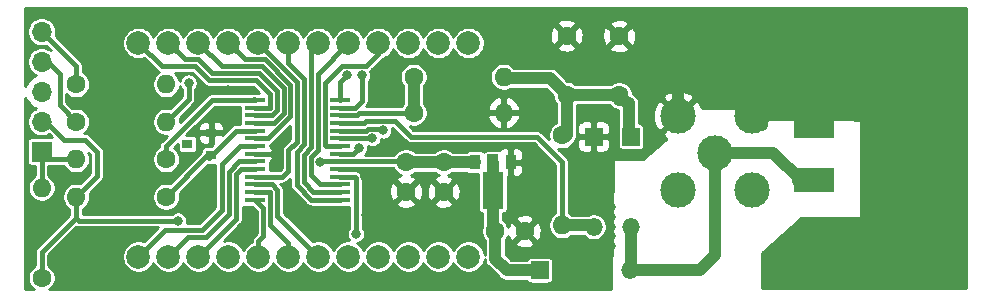
<source format=gbr>
%TF.GenerationSoftware,KiCad,Pcbnew,(5.1.6-0-10_14)*%
%TF.CreationDate,2021-03-20T12:43:37-06:00*%
%TF.ProjectId,rf_dummy_50ohm_20W,72665f64-756d-46d7-995f-35306f686d5f,rev?*%
%TF.SameCoordinates,Original*%
%TF.FileFunction,Copper,L1,Top*%
%TF.FilePolarity,Positive*%
%FSLAX46Y46*%
G04 Gerber Fmt 4.6, Leading zero omitted, Abs format (unit mm)*
G04 Created by KiCad (PCBNEW (5.1.6-0-10_14)) date 2021-03-20 12:43:37*
%MOMM*%
%LPD*%
G01*
G04 APERTURE LIST*
%TA.AperFunction,ComponentPad*%
%ADD10O,1.600000X1.600000*%
%TD*%
%TA.AperFunction,ComponentPad*%
%ADD11C,1.600000*%
%TD*%
%TA.AperFunction,ComponentPad*%
%ADD12O,1.500000X1.500000*%
%TD*%
%TA.AperFunction,ComponentPad*%
%ADD13R,1.500000X1.500000*%
%TD*%
%TA.AperFunction,SMDPad,CuDef*%
%ADD14R,7.000000X7.000000*%
%TD*%
%TA.AperFunction,SMDPad,CuDef*%
%ADD15R,3.500000X2.000000*%
%TD*%
%TA.AperFunction,ComponentPad*%
%ADD16C,2.000000*%
%TD*%
%TA.AperFunction,ComponentPad*%
%ADD17C,3.000000*%
%TD*%
%TA.AperFunction,SMDPad,CuDef*%
%ADD18R,1.750000X0.450000*%
%TD*%
%TA.AperFunction,SMDPad,CuDef*%
%ADD19R,0.900000X0.800000*%
%TD*%
%TA.AperFunction,SMDPad,CuDef*%
%ADD20C,0.100000*%
%TD*%
%TA.AperFunction,SMDPad,CuDef*%
%ADD21R,0.900000X1.300000*%
%TD*%
%TA.AperFunction,ComponentPad*%
%ADD22O,1.700000X1.700000*%
%TD*%
%TA.AperFunction,ComponentPad*%
%ADD23R,1.700000X1.700000*%
%TD*%
%TA.AperFunction,ViaPad*%
%ADD24C,0.800000*%
%TD*%
%TA.AperFunction,Conductor*%
%ADD25C,0.381000*%
%TD*%
%TA.AperFunction,Conductor*%
%ADD26C,2.032000*%
%TD*%
%TA.AperFunction,Conductor*%
%ADD27C,1.016000*%
%TD*%
%TA.AperFunction,Conductor*%
%ADD28C,0.254000*%
%TD*%
G04 APERTURE END LIST*
D10*
%TO.P,R10,2*%
%TO.N,Net-(R10-Pad2)*%
X128016000Y-95123000D03*
D11*
%TO.P,R10,1*%
%TO.N,/ICSPDAT*%
X120396000Y-95123000D03*
%TD*%
D10*
%TO.P,R9,2*%
%TO.N,Net-(R9-Pad2)*%
X128016000Y-91948000D03*
D11*
%TO.P,R9,1*%
%TO.N,/ICSPCLK*%
X120396000Y-91948000D03*
%TD*%
D10*
%TO.P,R8,2*%
%TO.N,/~MCLR*%
X120396000Y-98298000D03*
D11*
%TO.P,R8,1*%
%TO.N,Net-(R8-Pad1)*%
X128016000Y-98298000D03*
%TD*%
D10*
%TO.P,R7,2*%
%TO.N,/~MCLR*%
X117475000Y-100711000D03*
D11*
%TO.P,R7,1*%
%TO.N,VDD*%
X117475000Y-108331000D03*
%TD*%
D10*
%TO.P,R6,2*%
%TO.N,VDD*%
X120396000Y-101473000D03*
D11*
%TO.P,R6,1*%
%TO.N,/Vref+*%
X128016000Y-101473000D03*
%TD*%
%TO.P,C4,2*%
%TO.N,GND*%
X151511000Y-101052000D03*
%TO.P,C4,1*%
%TO.N,VDD*%
X151511000Y-98552000D03*
%TD*%
%TO.P,C5,2*%
%TO.N,GND*%
X148336000Y-101052000D03*
%TO.P,C5,1*%
%TO.N,VDD*%
X148336000Y-98552000D03*
%TD*%
D10*
%TO.P,R5,2*%
%TO.N,/Vdiode*%
X161544000Y-103886000D03*
D11*
%TO.P,R5,1*%
%TO.N,Net-(C1-Pad1)*%
X161544000Y-96266000D03*
%TD*%
D10*
%TO.P,R4,2*%
%TO.N,GND*%
X156591000Y-94361000D03*
D11*
%TO.P,R4,1*%
%TO.N,/Vdivider*%
X148971000Y-94361000D03*
%TD*%
D10*
%TO.P,R3,2*%
%TO.N,Net-(C1-Pad1)*%
X156591000Y-91313000D03*
D11*
%TO.P,R3,1*%
%TO.N,/Vdivider*%
X148971000Y-91313000D03*
%TD*%
D12*
%TO.P,D1,2*%
%TO.N,Net-(D1-Pad2)*%
X167259000Y-107696000D03*
D13*
%TO.P,D1,1*%
%TO.N,Net-(C2-Pad1)*%
X159639000Y-107696000D03*
%TD*%
D14*
%TO.P,R1,1*%
%TO.N,GND*%
X190246000Y-97790000D03*
D15*
%TO.P,R1,2*%
%TO.N,Net-(D1-Pad2)*%
X182846000Y-100070000D03*
%TO.P,R1,1*%
%TO.N,GND*%
X182846000Y-95490000D03*
%TD*%
D11*
%TO.P,C2,2*%
%TO.N,GND*%
X158369000Y-104394000D03*
%TO.P,C2,1*%
%TO.N,Net-(C2-Pad1)*%
X155869000Y-104394000D03*
%TD*%
D12*
%TO.P,D3,2*%
%TO.N,/Vdiode*%
X164211000Y-104013000D03*
D13*
%TO.P,D3,1*%
%TO.N,GND*%
X164211000Y-96393000D03*
%TD*%
D16*
%TO.P,U4,13*%
%TO.N,/LCD3_B*%
X125667762Y-88461500D03*
%TO.P,U4,14*%
%TO.N,/LCD3_A*%
X128207762Y-88461500D03*
%TO.P,U4,15*%
%TO.N,/LCD3_F*%
X130747762Y-88461500D03*
%TO.P,U4,16*%
%TO.N,/LCD3_G*%
X133287762Y-88461500D03*
%TO.P,U4,17*%
%TO.N,/LCD2_B*%
X135827762Y-88461500D03*
%TO.P,U4,18*%
%TO.N,/LCD2_A*%
X138367762Y-88461500D03*
%TO.P,U4,19*%
%TO.N,/LCD2_F*%
X140907762Y-88461500D03*
%TO.P,U4,20*%
%TO.N,/LCD2_G*%
X143447762Y-88461500D03*
%TO.P,U4,21*%
%TO.N,/LCD1_B*%
X145987762Y-88461500D03*
%TO.P,U4,22*%
%TO.N,/LCD1_ADEG*%
X148527762Y-88461500D03*
%TO.P,U4,23*%
%TO.N,/LCD_COM*%
X151067762Y-88461500D03*
%TO.P,U4,24*%
%TO.N,/LCD1_ADEG*%
X153607762Y-88461500D03*
%TO.P,U4,1*%
%TO.N,/LCD_COM*%
X153607762Y-106561500D03*
%TO.P,U4,2*%
%TO.N,/LCD1_ADEG*%
X151067762Y-106561500D03*
%TO.P,U4,3*%
X148527762Y-106561500D03*
%TO.P,U4,4*%
%TO.N,/LCD1_C*%
X145987762Y-106561500D03*
%TO.P,U4,5*%
%TO.N,/LCD_COM*%
X143447762Y-106561500D03*
%TO.P,U4,6*%
%TO.N,/LCD2_E*%
X140907762Y-106561500D03*
%TO.P,U4,7*%
%TO.N,/LCD2_D*%
X138367762Y-106561500D03*
%TO.P,U4,8*%
%TO.N,/LCD2_C*%
X135827762Y-106561500D03*
%TO.P,U4,9*%
%TO.N,/LCD_DP2*%
X133287762Y-106561500D03*
%TO.P,U4,10*%
%TO.N,/LCD3_E*%
X130747762Y-106561500D03*
%TO.P,U4,11*%
%TO.N,/LCD3_D*%
X128207762Y-106561500D03*
%TO.P,U4,12*%
%TO.N,/LCD3_C*%
X125667762Y-106561500D03*
%TD*%
D17*
%TO.P,J1,2*%
%TO.N,GND*%
X177628000Y-100875000D03*
%TO.P,J1,1*%
%TO.N,Net-(D1-Pad2)*%
X174498000Y-97745000D03*
%TO.P,J1,2*%
%TO.N,GND*%
X171368000Y-100875000D03*
X177628000Y-94615000D03*
X171368000Y-94615000D03*
%TD*%
D18*
%TO.P,U3,28*%
%TO.N,Net-(R10-Pad2)*%
X142729762Y-93286500D03*
%TO.P,U3,27*%
%TO.N,Net-(R9-Pad2)*%
X142729762Y-93936500D03*
%TO.P,U3,26*%
%TO.N,/Vdivider*%
X142729762Y-94586500D03*
%TO.P,U3,25*%
%TO.N,/Vdiode*%
X142729762Y-95236500D03*
%TO.P,U3,24*%
%TO.N,/LCD_COM*%
X142729762Y-95886500D03*
%TO.P,U3,23*%
%TO.N,/LCD1_ADEG*%
X142729762Y-96536500D03*
%TO.P,U3,22*%
%TO.N,/LCD1_B*%
X142729762Y-97186500D03*
%TO.P,U3,21*%
%TO.N,/LCD1_C*%
X142729762Y-97836500D03*
%TO.P,U3,20*%
%TO.N,VDD*%
X142729762Y-98486500D03*
%TO.P,U3,19*%
%TO.N,GND*%
X142729762Y-99136500D03*
%TO.P,U3,18*%
%TO.N,/LCD_DP2*%
X142729762Y-99786500D03*
%TO.P,U3,17*%
%TO.N,/LCD2_G*%
X142729762Y-100436500D03*
%TO.P,U3,16*%
%TO.N,/LCD2_F*%
X142729762Y-101086500D03*
%TO.P,U3,15*%
%TO.N,/LCD2_A*%
X142729762Y-101736500D03*
%TO.P,U3,14*%
%TO.N,/LCD2_C*%
X135529762Y-101736500D03*
%TO.P,U3,13*%
%TO.N,/LCD2_D*%
X135529762Y-101086500D03*
%TO.P,U3,12*%
%TO.N,/LCD2_E*%
X135529762Y-100436500D03*
%TO.P,U3,11*%
%TO.N,/LCD2_B*%
X135529762Y-99786500D03*
%TO.P,U3,10*%
%TO.N,/LCD3_E*%
X135529762Y-99136500D03*
%TO.P,U3,9*%
%TO.N,/LCD3_D*%
X135529762Y-98486500D03*
%TO.P,U3,8*%
%TO.N,GND*%
X135529762Y-97836500D03*
%TO.P,U3,7*%
%TO.N,/LCD3_C*%
X135529762Y-97186500D03*
%TO.P,U3,6*%
%TO.N,/LCD3_G*%
X135529762Y-96536500D03*
%TO.P,U3,5*%
%TO.N,/Vref+*%
X135529762Y-95886500D03*
%TO.P,U3,4*%
%TO.N,/LCD3_F*%
X135529762Y-95236500D03*
%TO.P,U3,3*%
%TO.N,/LCD3_A*%
X135529762Y-94586500D03*
%TO.P,U3,2*%
%TO.N,/LCD3_B*%
X135529762Y-93936500D03*
%TO.P,U3,1*%
%TO.N,Net-(R8-Pad1)*%
X135529762Y-93286500D03*
%TD*%
D19*
%TO.P,U2,3*%
%TO.N,N/C*%
X129826000Y-97028000D03*
%TO.P,U2,2*%
%TO.N,GND*%
X131826000Y-96078000D03*
%TO.P,U2,1*%
%TO.N,/Vref+*%
X131826000Y-97978000D03*
%TD*%
%TA.AperFunction,SMDPad,CuDef*%
D20*
%TO.P,U1,2*%
%TO.N,Net-(C2-Pad1)*%
G36*
X154811500Y-102502000D02*
G01*
X154811500Y-99377000D01*
X155228000Y-99377000D01*
X155228000Y-97902000D01*
X156128000Y-97902000D01*
X156128000Y-99377000D01*
X156544500Y-99377000D01*
X156544500Y-102502000D01*
X154811500Y-102502000D01*
G37*
%TD.AperFunction*%
D21*
%TO.P,U1,3*%
%TO.N,VDD*%
X154178000Y-98552000D03*
%TO.P,U1,1*%
%TO.N,GND*%
X157178000Y-98552000D03*
%TD*%
D22*
%TO.P,J2,5*%
%TO.N,/ICSPCLK*%
X117475000Y-87503000D03*
%TO.P,J2,4*%
%TO.N,/ICSPDAT*%
X117475000Y-90043000D03*
%TO.P,J2,3*%
%TO.N,GND*%
X117475000Y-92583000D03*
%TO.P,J2,2*%
%TO.N,VDD*%
X117475000Y-95123000D03*
D23*
%TO.P,J2,1*%
%TO.N,/~MCLR*%
X117475000Y-97663000D03*
%TD*%
D12*
%TO.P,D2,2*%
%TO.N,Net-(D1-Pad2)*%
X167386000Y-104013000D03*
D13*
%TO.P,D2,1*%
%TO.N,Net-(C1-Pad1)*%
X167386000Y-96393000D03*
%TD*%
D11*
%TO.P,C3,2*%
%TO.N,GND*%
X166370000Y-87884000D03*
%TO.P,C3,1*%
%TO.N,Net-(C1-Pad1)*%
X166370000Y-92884000D03*
%TD*%
%TO.P,C1,2*%
%TO.N,GND*%
X161925000Y-87837000D03*
%TO.P,C1,1*%
%TO.N,Net-(C1-Pad1)*%
X161925000Y-92837000D03*
%TD*%
D24*
%TO.N,GND*%
X144866111Y-99777409D03*
X137351762Y-97765500D03*
X158433762Y-87859500D03*
X122238762Y-107544500D03*
X122238762Y-87224500D03*
X122238762Y-89129500D03*
X126873000Y-86614000D03*
X131953000Y-86614000D03*
X137033000Y-86614000D03*
X141923762Y-86589500D03*
X147003762Y-86589500D03*
X155258762Y-86589500D03*
X141923762Y-108179500D03*
X137478762Y-108179500D03*
X132398762Y-108179500D03*
X126683762Y-108179500D03*
X138748762Y-101829500D03*
X143193762Y-103099500D03*
X134874000Y-102870000D03*
X123952000Y-108204000D03*
X152273000Y-108966000D03*
X138176000Y-96520000D03*
X144907000Y-102997000D03*
X134493000Y-105283000D03*
X142176500Y-105156000D03*
X156210000Y-89027000D03*
X148082000Y-108966000D03*
X151257000Y-94361000D03*
X153543000Y-94361000D03*
X151003000Y-91440000D03*
X153797000Y-91440000D03*
X147574000Y-92964000D03*
X148463000Y-103759000D03*
X150114000Y-103759000D03*
X152019000Y-103759000D03*
X149987000Y-99822000D03*
X147574000Y-96901000D03*
X149987000Y-97282000D03*
X153035000Y-97282000D03*
X157861000Y-100838000D03*
X154051000Y-103759000D03*
X165671500Y-104838500D03*
X164211000Y-98234500D03*
X163195000Y-90805000D03*
X166370000Y-90805000D03*
X185420000Y-105664000D03*
X190119000Y-108839000D03*
X171450000Y-87630000D03*
X175260000Y-87630000D03*
X177927000Y-87630000D03*
X182372000Y-92837000D03*
X189547500Y-102362000D03*
X180340000Y-90805000D03*
X195199000Y-85979000D03*
X194564000Y-108839000D03*
X194818000Y-102425500D03*
X153670000Y-100965000D03*
X180721000Y-87693500D03*
X163131500Y-94805500D03*
X133223000Y-92456000D03*
X131064000Y-92583000D03*
X133223000Y-94488000D03*
X117348000Y-102870000D03*
X123317000Y-101473000D03*
X125603000Y-100203000D03*
X123698000Y-98044000D03*
X125476000Y-95758000D03*
X122936000Y-94234000D03*
X125095000Y-91948000D03*
X122809000Y-91059000D03*
X130937000Y-101219000D03*
X119253000Y-99949000D03*
X119761000Y-108204000D03*
X119761000Y-86868000D03*
X194310000Y-92900500D03*
X192786000Y-98806000D03*
X191770000Y-97790000D03*
X192786000Y-96774000D03*
X192786000Y-94742000D03*
X191770000Y-95758000D03*
X190754000Y-96774000D03*
X189738000Y-97790000D03*
X190754000Y-98806000D03*
X191770000Y-99822000D03*
X192786000Y-100838000D03*
X190754000Y-100838000D03*
X189738000Y-99822000D03*
X188722000Y-100838000D03*
X188722000Y-98806000D03*
X187706000Y-99822000D03*
X187706000Y-97790000D03*
X187706000Y-95758000D03*
X188722000Y-96774000D03*
X189738000Y-95758000D03*
X190754000Y-94742000D03*
X188722000Y-94742000D03*
X183959500Y-90614500D03*
X186690000Y-88709500D03*
X186436000Y-92964000D03*
X191008000Y-92964000D03*
X187198000Y-102362000D03*
X194818000Y-95250000D03*
X194818000Y-97536000D03*
X194818000Y-99822000D03*
X191960500Y-102425500D03*
X159512000Y-94742000D03*
X165671500Y-103187500D03*
X165671500Y-105664000D03*
X165671500Y-102362000D03*
X165671500Y-104013000D03*
X173355000Y-90805000D03*
X177165000Y-90805000D03*
X169545000Y-90805000D03*
X164846000Y-105664000D03*
X165735000Y-94488000D03*
X163957000Y-105664000D03*
X163068000Y-105664000D03*
X162179000Y-105664000D03*
X161290000Y-105664000D03*
X160147000Y-104394000D03*
X160528000Y-105156000D03*
X159829500Y-98933000D03*
X159448500Y-101600000D03*
X163576000Y-100457000D03*
X179832000Y-108839000D03*
X179832000Y-106299000D03*
X181991000Y-108839000D03*
X185547000Y-108839000D03*
X183769000Y-103822500D03*
X160147000Y-103505000D03*
X160147000Y-102616000D03*
X164465000Y-107696000D03*
X161925000Y-107696000D03*
%TO.N,VDD*%
X141034762Y-98527500D03*
X129032000Y-103505000D03*
%TO.N,Net-(R9-Pad2)*%
X144590762Y-91190000D03*
%TO.N,/LCD_COM*%
X146387981Y-95860500D03*
%TO.N,/LCD_DP2*%
X144082762Y-104623500D03*
%TO.N,/LCD1_ADEG*%
X145479762Y-96495500D03*
%TO.N,/LCD1_C*%
X144336762Y-97327000D03*
%TO.N,Net-(R10-Pad2)*%
X143320762Y-91190000D03*
X129921000Y-91821000D03*
%TD*%
D25*
%TO.N,GND*%
X144225202Y-99136500D02*
X144866111Y-99777409D01*
X142729762Y-99136500D02*
X144225202Y-99136500D01*
X144866111Y-100199849D02*
X146114762Y-101448500D01*
X144866111Y-99777409D02*
X144866111Y-100199849D01*
X137280762Y-97836500D02*
X137351762Y-97765500D01*
X135529762Y-97836500D02*
X137280762Y-97836500D01*
D26*
X158725500Y-87859500D02*
X158433762Y-87859500D01*
D27*
X177628000Y-100875000D02*
X177628000Y-100248000D01*
X178435000Y-95422000D02*
X177628000Y-94615000D01*
X171368000Y-92628000D02*
X169545000Y-90805000D01*
X171368000Y-94615000D02*
X171368000Y-92628000D01*
X182846000Y-92744000D02*
X182880000Y-92710000D01*
X182846000Y-95490000D02*
X182846000Y-92744000D01*
X177628000Y-91268000D02*
X177165000Y-90805000D01*
X177628000Y-94615000D02*
X177628000Y-91268000D01*
%TO.N,Net-(C1-Pad1)*%
X166323000Y-93218000D02*
X166370000Y-93265000D01*
X167132000Y-93646000D02*
X166370000Y-92884000D01*
X167195500Y-96329500D02*
X167195500Y-93582500D01*
X166323000Y-92837000D02*
X166370000Y-92884000D01*
X161925000Y-92837000D02*
X166323000Y-92837000D01*
X161925000Y-96266000D02*
X161798000Y-96393000D01*
X160528000Y-91440000D02*
X161925000Y-92837000D01*
X156591000Y-91440000D02*
X160528000Y-91440000D01*
X161925000Y-95885000D02*
X161544000Y-96266000D01*
X161925000Y-92837000D02*
X161925000Y-95885000D01*
D25*
%TO.N,VDD*%
X141075762Y-98486500D02*
X141034762Y-98527500D01*
X142729762Y-98486500D02*
X141075762Y-98486500D01*
D27*
X154178000Y-98552000D02*
X151511000Y-98552000D01*
X151511000Y-98552000D02*
X148336000Y-98552000D01*
D25*
X148270500Y-98486500D02*
X148336000Y-98552000D01*
X142729762Y-98486500D02*
X148270500Y-98486500D01*
X129032000Y-103505000D02*
X120650000Y-103505000D01*
X120396000Y-103251000D02*
X120396000Y-101473000D01*
X120650000Y-103505000D02*
X120396000Y-103251000D01*
X120396000Y-101473000D02*
X122174000Y-99695000D01*
X122174000Y-99695000D02*
X122174000Y-97663000D01*
X122174000Y-97663000D02*
X121158000Y-96647000D01*
X121158000Y-96647000D02*
X119380000Y-96647000D01*
X117856000Y-95123000D02*
X117475000Y-95123000D01*
X119380000Y-96647000D02*
X117856000Y-95123000D01*
X117475000Y-106172000D02*
X120396000Y-103251000D01*
X117475000Y-108331000D02*
X117475000Y-106172000D01*
D27*
%TO.N,Net-(D1-Pad2)*%
X167386000Y-107569000D02*
X167259000Y-107696000D01*
X167386000Y-104013000D02*
X167386000Y-107569000D01*
X182048500Y-100070000D02*
X182846000Y-100070000D01*
X167259000Y-107696000D02*
X173228000Y-107696000D01*
X174498000Y-106426000D02*
X174498000Y-97745000D01*
X173228000Y-107696000D02*
X174498000Y-106426000D01*
D26*
X181985000Y-100070000D02*
X182846000Y-100070000D01*
D27*
X174498000Y-97745000D02*
X179406000Y-97745000D01*
X181731000Y-100070000D02*
X182846000Y-100070000D01*
X179406000Y-97745000D02*
X181731000Y-100070000D01*
D25*
%TO.N,/ICSPCLK*%
X120396000Y-90424000D02*
X117475000Y-87503000D01*
X120396000Y-91948000D02*
X120396000Y-90424000D01*
%TO.N,/ICSPDAT*%
X118999000Y-91059000D02*
X117983000Y-90043000D01*
X117983000Y-90043000D02*
X117475000Y-90043000D01*
X118999000Y-93726000D02*
X118999000Y-91059000D01*
X120396000Y-95123000D02*
X118999000Y-93726000D01*
%TO.N,/~MCLR*%
X118110000Y-98298000D02*
X117475000Y-97663000D01*
X120396000Y-98298000D02*
X118110000Y-98298000D01*
X117475000Y-100711000D02*
X117475000Y-97663000D01*
%TO.N,/Vref+*%
X133941762Y-95886500D02*
X131620762Y-98207500D01*
X135529762Y-95886500D02*
X133941762Y-95886500D01*
X131511000Y-97978000D02*
X131826000Y-97978000D01*
X128016000Y-101473000D02*
X131511000Y-97978000D01*
%TO.N,Net-(R9-Pad2)*%
X143985762Y-93936500D02*
X144590762Y-93331500D01*
X142729762Y-93936500D02*
X143985762Y-93936500D01*
X144590762Y-93331500D02*
X144590762Y-91190000D01*
%TO.N,/LCD_COM*%
X143995263Y-106013999D02*
X143447762Y-106561500D01*
X146232480Y-95704999D02*
X146387981Y-95860500D01*
X142729762Y-95886500D02*
X144918820Y-95886500D01*
X145100321Y-95704999D02*
X144918820Y-95886500D01*
X146232480Y-95704999D02*
X145100321Y-95704999D01*
%TO.N,/LCD_DP2*%
X143985762Y-99786500D02*
X144082762Y-99883500D01*
X142729762Y-99786500D02*
X143985762Y-99786500D01*
X144082762Y-102186402D02*
X144082762Y-104623500D01*
X144082762Y-99883500D02*
X144082762Y-102186402D01*
%TO.N,/LCD1_ADEG*%
X145438762Y-96536500D02*
X145479762Y-96495500D01*
X142729762Y-96536500D02*
X145438762Y-96536500D01*
%TO.N,/LCD1_B*%
X141464261Y-97073901D02*
X141464261Y-91875001D01*
X141576860Y-97186500D02*
X141464261Y-97073901D01*
X142729762Y-97186500D02*
X141576860Y-97186500D01*
X141464261Y-91875001D02*
X142939762Y-90399500D01*
X142939762Y-90399500D02*
X144971762Y-90399500D01*
X145987762Y-89383500D02*
X145987762Y-88461500D01*
X144971762Y-90399500D02*
X145987762Y-89383500D01*
%TO.N,/LCD1_C*%
X143827262Y-97836500D02*
X144336762Y-97327000D01*
X142729762Y-97836500D02*
X143827262Y-97836500D01*
%TO.N,/LCD2_G*%
X141038762Y-100436500D02*
X142729762Y-100436500D01*
X140244261Y-98148059D02*
X140244261Y-99641999D01*
X140862329Y-97529991D02*
X140244261Y-98148059D01*
X140244261Y-99641999D02*
X141038762Y-100436500D01*
X140862329Y-91046933D02*
X140862329Y-97529991D01*
X143447762Y-88461500D02*
X140862329Y-91046933D01*
%TO.N,/LCD2_F*%
X142729762Y-101086500D02*
X140478434Y-101086500D01*
X140281319Y-89087943D02*
X140907762Y-88461500D01*
X140478434Y-101086500D02*
X140281319Y-100889385D01*
X139663251Y-100271317D02*
X140478434Y-101086500D01*
X139663251Y-97907397D02*
X139663251Y-100271317D01*
X140281318Y-97289330D02*
X139663251Y-97907397D01*
X140281318Y-89087944D02*
X140281318Y-97289330D01*
X140907762Y-88461500D02*
X140281318Y-89087944D01*
%TO.N,/LCD2_A*%
X140306762Y-101736500D02*
X142729762Y-101736500D01*
X139700309Y-97048667D02*
X139082241Y-97666735D01*
X139700309Y-91478047D02*
X139700309Y-97048667D01*
X138367762Y-90145500D02*
X139700309Y-91478047D01*
X139082241Y-97666735D02*
X139082241Y-100511979D01*
X139082241Y-100511979D02*
X140306762Y-101736500D01*
X138367762Y-88461500D02*
X138367762Y-90145500D01*
%TO.N,/LCD2_C*%
X135529762Y-106263500D02*
X135827762Y-106561500D01*
X135827762Y-106561500D02*
X135827762Y-105218238D01*
X135827762Y-105218238D02*
X136262752Y-104783248D01*
X136262752Y-102469490D02*
X135529762Y-101736500D01*
X136262752Y-104783248D02*
X136262752Y-102469490D01*
%TO.N,/LCD2_D*%
X136785762Y-101086500D02*
X136843762Y-101144500D01*
X135529762Y-101086500D02*
X136785762Y-101086500D01*
X136843762Y-101144500D02*
X136843762Y-103861500D01*
X138367762Y-105385500D02*
X138367762Y-106561500D01*
X136843762Y-103861500D02*
X138367762Y-105385500D01*
%TO.N,/LCD2_E*%
X136957434Y-100436500D02*
X137424772Y-100903838D01*
X135529762Y-100436500D02*
X136957434Y-100436500D01*
X137424772Y-103078510D02*
X140907762Y-106561500D01*
X137424772Y-100903838D02*
X137424772Y-103078510D01*
%TO.N,/LCD2_B*%
X137870762Y-99786500D02*
X135529762Y-99786500D01*
X138367762Y-99289500D02*
X137870762Y-99786500D01*
X139119299Y-91786447D02*
X139119300Y-96808004D01*
X137679811Y-90346959D02*
X139119299Y-91786447D01*
X137679811Y-90313549D02*
X137679811Y-90346959D01*
X139119300Y-96808004D02*
X138367762Y-97559542D01*
X138367762Y-97559542D02*
X138367762Y-99289500D01*
X135827762Y-88461500D02*
X137679811Y-90313549D01*
%TO.N,/LCD3_E*%
X134376860Y-99136500D02*
X133922762Y-99590598D01*
X135529762Y-99136500D02*
X134376860Y-99136500D01*
X133922762Y-103386500D02*
X130747762Y-106561500D01*
X133922762Y-99590598D02*
X133922762Y-103386500D01*
%TO.N,/LCD3_D*%
X134205188Y-98486500D02*
X133341752Y-99349936D01*
X135529762Y-98486500D02*
X134205188Y-98486500D01*
X133341752Y-99349936D02*
X133341752Y-102918510D01*
X133341752Y-102918510D02*
X131382762Y-104877500D01*
X129891762Y-104877500D02*
X128207762Y-106561500D01*
X131382762Y-104877500D02*
X129891762Y-104877500D01*
%TO.N,/LCD3_C*%
X134273762Y-97186500D02*
X132760742Y-98699520D01*
X135529762Y-97186500D02*
X134273762Y-97186500D01*
X132760742Y-98699520D02*
X132760742Y-102610520D01*
X127932772Y-104296490D02*
X125667762Y-106561500D01*
X131074772Y-104296490D02*
X127932772Y-104296490D01*
X132760742Y-102610520D02*
X131074772Y-104296490D01*
%TO.N,/LCD3_G*%
X138538290Y-92027110D02*
X136363181Y-89852001D01*
X138538291Y-94648983D02*
X138538290Y-92027110D01*
X136650775Y-96536500D02*
X138538291Y-94648983D01*
X136363181Y-89852001D02*
X134678263Y-89852001D01*
X134678263Y-89852001D02*
X133287762Y-88461500D01*
X135529762Y-96536500D02*
X136650775Y-96536500D01*
%TO.N,/LCD3_F*%
X132719273Y-90433011D02*
X130747762Y-88461500D01*
X136122519Y-90433011D02*
X132719273Y-90433011D01*
X137957282Y-94408322D02*
X137957281Y-92267773D01*
X137129106Y-95236500D02*
X137957282Y-94408322D01*
X137957281Y-92267773D02*
X136122519Y-90433011D01*
X135529762Y-95236500D02*
X137129106Y-95236500D01*
%TO.N,/LCD3_A*%
X129598263Y-89852001D02*
X128207762Y-88461500D01*
X131870283Y-91014021D02*
X130708263Y-89852001D01*
X130708263Y-89852001D02*
X129598263Y-89852001D01*
X137376273Y-94167661D02*
X137376272Y-92508436D01*
X136957434Y-94586500D02*
X137376273Y-94167661D01*
X135881857Y-91014021D02*
X131870283Y-91014021D01*
X137376272Y-92508436D02*
X135881857Y-91014021D01*
X135529762Y-94586500D02*
X136957434Y-94586500D01*
%TO.N,/LCD3_B*%
X136795263Y-92749099D02*
X136717163Y-92670999D01*
X136795263Y-93926999D02*
X136795263Y-92749099D01*
X136785762Y-93936500D02*
X136795263Y-93926999D01*
X135529762Y-93936500D02*
X136785762Y-93936500D01*
X136780361Y-92749099D02*
X135626293Y-91595031D01*
X136795263Y-92749099D02*
X136780361Y-92749099D01*
X135626293Y-91595031D02*
X131629620Y-91595030D01*
X127639273Y-90433011D02*
X125667762Y-88461500D01*
X130467601Y-90433011D02*
X127639273Y-90433011D01*
X131629620Y-91595030D02*
X130467601Y-90433011D01*
D27*
%TO.N,Net-(C2-Pad1)*%
X155869000Y-106720000D02*
X155869000Y-104394000D01*
X155678000Y-104203000D02*
X155869000Y-104394000D01*
X155678000Y-98639500D02*
X155678000Y-104203000D01*
X156845000Y-107696000D02*
X155869000Y-106720000D01*
X159639000Y-107696000D02*
X156845000Y-107696000D01*
D25*
%TO.N,/Vdiode*%
X143204762Y-95236500D02*
X143215762Y-95225500D01*
X142729762Y-95236500D02*
X143204762Y-95236500D01*
X147393999Y-95069999D02*
X148717000Y-96393000D01*
X144913649Y-95069999D02*
X147393999Y-95069999D01*
X144747148Y-95236500D02*
X144913649Y-95069999D01*
X142729762Y-95236500D02*
X144747148Y-95236500D01*
X148717000Y-96393000D02*
X159385000Y-96393000D01*
X161544000Y-98552000D02*
X161544000Y-103886000D01*
X159385000Y-96393000D02*
X161544000Y-98552000D01*
D27*
X164084000Y-103886000D02*
X164211000Y-104013000D01*
X161544000Y-103886000D02*
X164084000Y-103886000D01*
D25*
%TO.N,Net-(R8-Pad1)*%
X135461262Y-93218000D02*
X135529762Y-93286500D01*
X128016000Y-98298000D02*
X128016000Y-97155000D01*
X131884500Y-93286500D02*
X135529762Y-93286500D01*
X128016000Y-97155000D02*
X131884500Y-93286500D01*
%TO.N,Net-(R10-Pad2)*%
X142729762Y-91781000D02*
X143320762Y-91190000D01*
X142729762Y-93286500D02*
X142729762Y-91781000D01*
X129921000Y-93218000D02*
X128016000Y-95123000D01*
X129921000Y-91821000D02*
X129921000Y-93218000D01*
D27*
%TO.N,/Vdivider*%
X148971000Y-91440000D02*
X148971000Y-94361000D01*
D25*
X144382934Y-94361000D02*
X148971000Y-94361000D01*
X144157434Y-94586500D02*
X144382934Y-94361000D01*
X142729762Y-94586500D02*
X144157434Y-94586500D01*
%TD*%
D28*
%TO.N,GND*%
G36*
X116078175Y-93087099D02*
G01*
X116203359Y-93349920D01*
X116377412Y-93583269D01*
X116593645Y-93778178D01*
X116843748Y-93927157D01*
X117006168Y-93984772D01*
X116891903Y-94032102D01*
X116690283Y-94166820D01*
X116518820Y-94338283D01*
X116384102Y-94539903D01*
X116291307Y-94763931D01*
X116244000Y-95001757D01*
X116244000Y-95244243D01*
X116291307Y-95482069D01*
X116384102Y-95706097D01*
X116518820Y-95907717D01*
X116690283Y-96079180D01*
X116891903Y-96213898D01*
X117115931Y-96306693D01*
X117353757Y-96354000D01*
X117596243Y-96354000D01*
X117834069Y-96306693D01*
X118058097Y-96213898D01*
X118106400Y-96181623D01*
X118358205Y-96433427D01*
X118325000Y-96430157D01*
X116625000Y-96430157D01*
X116550311Y-96437513D01*
X116478492Y-96459299D01*
X116412304Y-96494678D01*
X116354289Y-96542289D01*
X116306678Y-96600304D01*
X116271299Y-96666492D01*
X116249513Y-96738311D01*
X116242157Y-96813000D01*
X116242157Y-98513000D01*
X116249513Y-98587689D01*
X116271299Y-98659508D01*
X116306678Y-98725696D01*
X116354289Y-98783711D01*
X116412304Y-98831322D01*
X116478492Y-98866701D01*
X116550311Y-98888487D01*
X116625000Y-98895843D01*
X116903501Y-98895843D01*
X116903500Y-99672488D01*
X116722157Y-99793658D01*
X116557658Y-99958157D01*
X116428412Y-100151587D01*
X116339386Y-100366515D01*
X116294000Y-100594682D01*
X116294000Y-100827318D01*
X116339386Y-101055485D01*
X116428412Y-101270413D01*
X116557658Y-101463843D01*
X116722157Y-101628342D01*
X116915587Y-101757588D01*
X117130515Y-101846614D01*
X117358682Y-101892000D01*
X117591318Y-101892000D01*
X117819485Y-101846614D01*
X118034413Y-101757588D01*
X118227843Y-101628342D01*
X118392342Y-101463843D01*
X118521588Y-101270413D01*
X118610614Y-101055485D01*
X118656000Y-100827318D01*
X118656000Y-100594682D01*
X118610614Y-100366515D01*
X118521588Y-100151587D01*
X118392342Y-99958157D01*
X118227843Y-99793658D01*
X118046500Y-99672488D01*
X118046500Y-98895843D01*
X118325000Y-98895843D01*
X118399689Y-98888487D01*
X118462281Y-98869500D01*
X119357488Y-98869500D01*
X119478658Y-99050843D01*
X119643157Y-99215342D01*
X119836587Y-99344588D01*
X120051515Y-99433614D01*
X120279682Y-99479000D01*
X120512318Y-99479000D01*
X120740485Y-99433614D01*
X120955413Y-99344588D01*
X121148843Y-99215342D01*
X121313342Y-99050843D01*
X121442588Y-98857413D01*
X121531614Y-98642485D01*
X121577000Y-98414318D01*
X121577000Y-98181682D01*
X121531614Y-97953515D01*
X121443453Y-97740676D01*
X121602501Y-97899724D01*
X121602500Y-99458276D01*
X120726227Y-100334550D01*
X120512318Y-100292000D01*
X120279682Y-100292000D01*
X120051515Y-100337386D01*
X119836587Y-100426412D01*
X119643157Y-100555658D01*
X119478658Y-100720157D01*
X119349412Y-100913587D01*
X119260386Y-101128515D01*
X119215000Y-101356682D01*
X119215000Y-101589318D01*
X119260386Y-101817485D01*
X119349412Y-102032413D01*
X119478658Y-102225843D01*
X119643157Y-102390342D01*
X119824500Y-102511512D01*
X119824500Y-103014277D01*
X117090744Y-105748034D01*
X117068934Y-105765933D01*
X117033211Y-105809462D01*
X116997516Y-105852956D01*
X116944448Y-105952239D01*
X116911769Y-106059967D01*
X116900735Y-106172000D01*
X116903501Y-106200084D01*
X116903500Y-107292488D01*
X116722157Y-107413658D01*
X116557658Y-107578157D01*
X116428412Y-107771587D01*
X116339386Y-107986515D01*
X116294000Y-108214682D01*
X116294000Y-108447318D01*
X116339386Y-108675485D01*
X116428412Y-108890413D01*
X116557658Y-109083843D01*
X116722157Y-109248342D01*
X116831451Y-109321370D01*
X116078000Y-109322337D01*
X116078000Y-93086522D01*
X116078175Y-93087099D01*
G37*
X116078175Y-93087099D02*
X116203359Y-93349920D01*
X116377412Y-93583269D01*
X116593645Y-93778178D01*
X116843748Y-93927157D01*
X117006168Y-93984772D01*
X116891903Y-94032102D01*
X116690283Y-94166820D01*
X116518820Y-94338283D01*
X116384102Y-94539903D01*
X116291307Y-94763931D01*
X116244000Y-95001757D01*
X116244000Y-95244243D01*
X116291307Y-95482069D01*
X116384102Y-95706097D01*
X116518820Y-95907717D01*
X116690283Y-96079180D01*
X116891903Y-96213898D01*
X117115931Y-96306693D01*
X117353757Y-96354000D01*
X117596243Y-96354000D01*
X117834069Y-96306693D01*
X118058097Y-96213898D01*
X118106400Y-96181623D01*
X118358205Y-96433427D01*
X118325000Y-96430157D01*
X116625000Y-96430157D01*
X116550311Y-96437513D01*
X116478492Y-96459299D01*
X116412304Y-96494678D01*
X116354289Y-96542289D01*
X116306678Y-96600304D01*
X116271299Y-96666492D01*
X116249513Y-96738311D01*
X116242157Y-96813000D01*
X116242157Y-98513000D01*
X116249513Y-98587689D01*
X116271299Y-98659508D01*
X116306678Y-98725696D01*
X116354289Y-98783711D01*
X116412304Y-98831322D01*
X116478492Y-98866701D01*
X116550311Y-98888487D01*
X116625000Y-98895843D01*
X116903501Y-98895843D01*
X116903500Y-99672488D01*
X116722157Y-99793658D01*
X116557658Y-99958157D01*
X116428412Y-100151587D01*
X116339386Y-100366515D01*
X116294000Y-100594682D01*
X116294000Y-100827318D01*
X116339386Y-101055485D01*
X116428412Y-101270413D01*
X116557658Y-101463843D01*
X116722157Y-101628342D01*
X116915587Y-101757588D01*
X117130515Y-101846614D01*
X117358682Y-101892000D01*
X117591318Y-101892000D01*
X117819485Y-101846614D01*
X118034413Y-101757588D01*
X118227843Y-101628342D01*
X118392342Y-101463843D01*
X118521588Y-101270413D01*
X118610614Y-101055485D01*
X118656000Y-100827318D01*
X118656000Y-100594682D01*
X118610614Y-100366515D01*
X118521588Y-100151587D01*
X118392342Y-99958157D01*
X118227843Y-99793658D01*
X118046500Y-99672488D01*
X118046500Y-98895843D01*
X118325000Y-98895843D01*
X118399689Y-98888487D01*
X118462281Y-98869500D01*
X119357488Y-98869500D01*
X119478658Y-99050843D01*
X119643157Y-99215342D01*
X119836587Y-99344588D01*
X120051515Y-99433614D01*
X120279682Y-99479000D01*
X120512318Y-99479000D01*
X120740485Y-99433614D01*
X120955413Y-99344588D01*
X121148843Y-99215342D01*
X121313342Y-99050843D01*
X121442588Y-98857413D01*
X121531614Y-98642485D01*
X121577000Y-98414318D01*
X121577000Y-98181682D01*
X121531614Y-97953515D01*
X121443453Y-97740676D01*
X121602501Y-97899724D01*
X121602500Y-99458276D01*
X120726227Y-100334550D01*
X120512318Y-100292000D01*
X120279682Y-100292000D01*
X120051515Y-100337386D01*
X119836587Y-100426412D01*
X119643157Y-100555658D01*
X119478658Y-100720157D01*
X119349412Y-100913587D01*
X119260386Y-101128515D01*
X119215000Y-101356682D01*
X119215000Y-101589318D01*
X119260386Y-101817485D01*
X119349412Y-102032413D01*
X119478658Y-102225843D01*
X119643157Y-102390342D01*
X119824500Y-102511512D01*
X119824500Y-103014277D01*
X117090744Y-105748034D01*
X117068934Y-105765933D01*
X117033211Y-105809462D01*
X116997516Y-105852956D01*
X116944448Y-105952239D01*
X116911769Y-106059967D01*
X116900735Y-106172000D01*
X116903501Y-106200084D01*
X116903500Y-107292488D01*
X116722157Y-107413658D01*
X116557658Y-107578157D01*
X116428412Y-107771587D01*
X116339386Y-107986515D01*
X116294000Y-108214682D01*
X116294000Y-108447318D01*
X116339386Y-108675485D01*
X116428412Y-108890413D01*
X116557658Y-109083843D01*
X116722157Y-109248342D01*
X116831451Y-109321370D01*
X116078000Y-109322337D01*
X116078000Y-93086522D01*
X116078175Y-93087099D01*
G36*
X195707000Y-109220163D02*
G01*
X178435000Y-109242325D01*
X178435000Y-106229215D01*
X181694147Y-103346123D01*
X181715597Y-103321557D01*
X181719215Y-103314788D01*
X186686141Y-103310532D01*
X186710382Y-103308176D01*
X186734231Y-103301030D01*
X186756228Y-103289370D01*
X186775527Y-103273641D01*
X186791387Y-103254450D01*
X186803198Y-103232534D01*
X186810506Y-103208735D01*
X186813031Y-103183967D01*
X186817330Y-101928004D01*
X189960250Y-101925000D01*
X190119000Y-101766250D01*
X190119000Y-97917000D01*
X190373000Y-97917000D01*
X190373000Y-101766250D01*
X190531750Y-101925000D01*
X193746000Y-101928072D01*
X193870482Y-101915812D01*
X193990180Y-101879502D01*
X194100494Y-101820537D01*
X194197185Y-101741185D01*
X194276537Y-101644494D01*
X194335502Y-101534180D01*
X194371812Y-101414482D01*
X194384072Y-101290000D01*
X194381000Y-98075750D01*
X194222250Y-97917000D01*
X190373000Y-97917000D01*
X190119000Y-97917000D01*
X190099000Y-97917000D01*
X190099000Y-97663000D01*
X190119000Y-97663000D01*
X190119000Y-93813750D01*
X190373000Y-93813750D01*
X190373000Y-97663000D01*
X194222250Y-97663000D01*
X194381000Y-97504250D01*
X194384072Y-94290000D01*
X194371812Y-94165518D01*
X194335502Y-94045820D01*
X194276537Y-93935506D01*
X194197185Y-93838815D01*
X194100494Y-93759463D01*
X193990180Y-93700498D01*
X193870482Y-93664188D01*
X193746000Y-93651928D01*
X190531750Y-93655000D01*
X190373000Y-93813750D01*
X190119000Y-93813750D01*
X189960250Y-93655000D01*
X186746000Y-93651928D01*
X186621518Y-93664188D01*
X186501820Y-93700498D01*
X186391506Y-93759463D01*
X186294815Y-93838815D01*
X186215463Y-93935506D01*
X186156498Y-94045820D01*
X186120188Y-94165518D01*
X186107928Y-94290000D01*
X186108548Y-94938854D01*
X185232151Y-94936562D01*
X185234072Y-94490000D01*
X185221812Y-94365518D01*
X185185502Y-94245820D01*
X185126537Y-94135506D01*
X185047185Y-94038815D01*
X184950494Y-93959463D01*
X184840180Y-93900498D01*
X184720482Y-93864188D01*
X184596000Y-93851928D01*
X183131750Y-93855000D01*
X182973000Y-94013750D01*
X182973000Y-94930653D01*
X182719000Y-94929988D01*
X182719000Y-94013750D01*
X182560250Y-93855000D01*
X181096000Y-93851928D01*
X180971518Y-93864188D01*
X180851820Y-93900498D01*
X180741506Y-93959463D01*
X180644815Y-94038815D01*
X180565463Y-94135506D01*
X180506498Y-94245820D01*
X180470188Y-94365518D01*
X180457928Y-94490000D01*
X180459795Y-94924079D01*
X179745470Y-94922211D01*
X179772902Y-94572176D01*
X179723334Y-94154549D01*
X179593243Y-93754617D01*
X179435214Y-93458962D01*
X179119653Y-93302952D01*
X178415048Y-94007557D01*
X178413024Y-94003843D01*
X178397075Y-93984726D01*
X178377704Y-93969088D01*
X178355653Y-93957529D01*
X178331771Y-93950495D01*
X178306976Y-93948254D01*
X178113581Y-93949814D01*
X178940048Y-93123347D01*
X178784038Y-92807786D01*
X178409255Y-92616980D01*
X178004449Y-92502956D01*
X177585176Y-92470098D01*
X177167549Y-92519666D01*
X176767617Y-92649757D01*
X176471962Y-92807786D01*
X176315952Y-93123347D01*
X177150188Y-93957583D01*
X176793852Y-93960457D01*
X176136347Y-93302952D01*
X175820786Y-93458962D01*
X175629980Y-93833745D01*
X175591557Y-93970153D01*
X173409078Y-93987753D01*
X173333243Y-93754617D01*
X173175214Y-93458962D01*
X172859653Y-93302952D01*
X172164817Y-93997788D01*
X171802687Y-94000708D01*
X172680048Y-93123347D01*
X172524038Y-92807786D01*
X172149255Y-92616980D01*
X171744449Y-92502956D01*
X171325176Y-92470098D01*
X170907549Y-92519666D01*
X170507617Y-92649757D01*
X170211962Y-92807786D01*
X170055952Y-93123347D01*
X170940268Y-94007663D01*
X170583932Y-94010537D01*
X169876347Y-93302952D01*
X169560786Y-93458962D01*
X169369980Y-93833745D01*
X169255956Y-94238551D01*
X169223098Y-94657824D01*
X169272666Y-95075451D01*
X169402757Y-95475383D01*
X169560786Y-95771038D01*
X169876347Y-95927048D01*
X170307000Y-95496395D01*
X170307000Y-95855605D01*
X170055952Y-96106653D01*
X170211962Y-96422214D01*
X170307000Y-96470599D01*
X170307000Y-96664346D01*
X170289197Y-96676436D01*
X168398386Y-98252112D01*
X165948580Y-98266252D01*
X165925653Y-98268473D01*
X165901765Y-98275487D01*
X165879704Y-98287026D01*
X165860318Y-98302647D01*
X165844352Y-98321750D01*
X165832420Y-98343601D01*
X165824980Y-98367359D01*
X165822318Y-98392113D01*
X165725027Y-109258634D01*
X118121025Y-109319716D01*
X118227843Y-109248342D01*
X118392342Y-109083843D01*
X118521588Y-108890413D01*
X118610614Y-108675485D01*
X118656000Y-108447318D01*
X118656000Y-108214682D01*
X118610614Y-107986515D01*
X118521588Y-107771587D01*
X118392342Y-107578157D01*
X118227843Y-107413658D01*
X118046500Y-107292488D01*
X118046500Y-106408722D01*
X120423352Y-104031871D01*
X120430238Y-104035552D01*
X120537966Y-104068231D01*
X120621926Y-104076500D01*
X120621927Y-104076500D01*
X120649999Y-104079265D01*
X120678071Y-104076500D01*
X127344539Y-104076500D01*
X126153234Y-105267805D01*
X126070585Y-105233571D01*
X125803779Y-105180500D01*
X125531745Y-105180500D01*
X125264939Y-105233571D01*
X125013613Y-105337674D01*
X124787426Y-105488807D01*
X124595069Y-105681164D01*
X124443936Y-105907351D01*
X124339833Y-106158677D01*
X124286762Y-106425483D01*
X124286762Y-106697517D01*
X124339833Y-106964323D01*
X124443936Y-107215649D01*
X124595069Y-107441836D01*
X124787426Y-107634193D01*
X125013613Y-107785326D01*
X125264939Y-107889429D01*
X125531745Y-107942500D01*
X125803779Y-107942500D01*
X126070585Y-107889429D01*
X126321911Y-107785326D01*
X126548098Y-107634193D01*
X126740455Y-107441836D01*
X126891588Y-107215649D01*
X126937762Y-107104175D01*
X126983936Y-107215649D01*
X127135069Y-107441836D01*
X127327426Y-107634193D01*
X127553613Y-107785326D01*
X127804939Y-107889429D01*
X128071745Y-107942500D01*
X128343779Y-107942500D01*
X128610585Y-107889429D01*
X128861911Y-107785326D01*
X129088098Y-107634193D01*
X129280455Y-107441836D01*
X129431588Y-107215649D01*
X129477762Y-107104175D01*
X129523936Y-107215649D01*
X129675069Y-107441836D01*
X129867426Y-107634193D01*
X130093613Y-107785326D01*
X130344939Y-107889429D01*
X130611745Y-107942500D01*
X130883779Y-107942500D01*
X131150585Y-107889429D01*
X131401911Y-107785326D01*
X131628098Y-107634193D01*
X131820455Y-107441836D01*
X131971588Y-107215649D01*
X132017762Y-107104175D01*
X132063936Y-107215649D01*
X132215069Y-107441836D01*
X132407426Y-107634193D01*
X132633613Y-107785326D01*
X132884939Y-107889429D01*
X133151745Y-107942500D01*
X133423779Y-107942500D01*
X133690585Y-107889429D01*
X133941911Y-107785326D01*
X134168098Y-107634193D01*
X134360455Y-107441836D01*
X134511588Y-107215649D01*
X134557762Y-107104175D01*
X134603936Y-107215649D01*
X134755069Y-107441836D01*
X134947426Y-107634193D01*
X135173613Y-107785326D01*
X135424939Y-107889429D01*
X135691745Y-107942500D01*
X135963779Y-107942500D01*
X136230585Y-107889429D01*
X136481911Y-107785326D01*
X136708098Y-107634193D01*
X136900455Y-107441836D01*
X137051588Y-107215649D01*
X137097762Y-107104175D01*
X137143936Y-107215649D01*
X137295069Y-107441836D01*
X137487426Y-107634193D01*
X137713613Y-107785326D01*
X137964939Y-107889429D01*
X138231745Y-107942500D01*
X138503779Y-107942500D01*
X138770585Y-107889429D01*
X139021911Y-107785326D01*
X139248098Y-107634193D01*
X139440455Y-107441836D01*
X139591588Y-107215649D01*
X139637762Y-107104175D01*
X139683936Y-107215649D01*
X139835069Y-107441836D01*
X140027426Y-107634193D01*
X140253613Y-107785326D01*
X140504939Y-107889429D01*
X140771745Y-107942500D01*
X141043779Y-107942500D01*
X141310585Y-107889429D01*
X141561911Y-107785326D01*
X141788098Y-107634193D01*
X141980455Y-107441836D01*
X142131588Y-107215649D01*
X142177762Y-107104175D01*
X142223936Y-107215649D01*
X142375069Y-107441836D01*
X142567426Y-107634193D01*
X142793613Y-107785326D01*
X143044939Y-107889429D01*
X143311745Y-107942500D01*
X143583779Y-107942500D01*
X143850585Y-107889429D01*
X144101911Y-107785326D01*
X144328098Y-107634193D01*
X144520455Y-107441836D01*
X144671588Y-107215649D01*
X144717762Y-107104175D01*
X144763936Y-107215649D01*
X144915069Y-107441836D01*
X145107426Y-107634193D01*
X145333613Y-107785326D01*
X145584939Y-107889429D01*
X145851745Y-107942500D01*
X146123779Y-107942500D01*
X146390585Y-107889429D01*
X146641911Y-107785326D01*
X146868098Y-107634193D01*
X147060455Y-107441836D01*
X147211588Y-107215649D01*
X147257762Y-107104175D01*
X147303936Y-107215649D01*
X147455069Y-107441836D01*
X147647426Y-107634193D01*
X147873613Y-107785326D01*
X148124939Y-107889429D01*
X148391745Y-107942500D01*
X148663779Y-107942500D01*
X148930585Y-107889429D01*
X149181911Y-107785326D01*
X149408098Y-107634193D01*
X149600455Y-107441836D01*
X149751588Y-107215649D01*
X149797762Y-107104175D01*
X149843936Y-107215649D01*
X149995069Y-107441836D01*
X150187426Y-107634193D01*
X150413613Y-107785326D01*
X150664939Y-107889429D01*
X150931745Y-107942500D01*
X151203779Y-107942500D01*
X151470585Y-107889429D01*
X151721911Y-107785326D01*
X151948098Y-107634193D01*
X152140455Y-107441836D01*
X152291588Y-107215649D01*
X152337762Y-107104175D01*
X152383936Y-107215649D01*
X152535069Y-107441836D01*
X152727426Y-107634193D01*
X152953613Y-107785326D01*
X153204939Y-107889429D01*
X153471745Y-107942500D01*
X153743779Y-107942500D01*
X154010585Y-107889429D01*
X154261911Y-107785326D01*
X154488098Y-107634193D01*
X154680455Y-107441836D01*
X154831588Y-107215649D01*
X154935691Y-106964323D01*
X154978545Y-106748883D01*
X154980000Y-106763660D01*
X154980000Y-106763666D01*
X154992864Y-106894273D01*
X155043697Y-107061850D01*
X155126247Y-107216290D01*
X155237341Y-107351659D01*
X155271264Y-107379499D01*
X156185505Y-108293741D01*
X156213341Y-108327659D01*
X156348709Y-108438753D01*
X156503149Y-108521303D01*
X156569058Y-108541296D01*
X156670724Y-108572136D01*
X156694778Y-108574505D01*
X156801333Y-108585000D01*
X156801339Y-108585000D01*
X156844999Y-108589300D01*
X156888659Y-108585000D01*
X158533021Y-108585000D01*
X158535299Y-108592508D01*
X158570678Y-108658696D01*
X158618289Y-108716711D01*
X158676304Y-108764322D01*
X158742492Y-108799701D01*
X158814311Y-108821487D01*
X158889000Y-108828843D01*
X160389000Y-108828843D01*
X160463689Y-108821487D01*
X160535508Y-108799701D01*
X160601696Y-108764322D01*
X160659711Y-108716711D01*
X160707322Y-108658696D01*
X160742701Y-108592508D01*
X160764487Y-108520689D01*
X160771843Y-108446000D01*
X160771843Y-106946000D01*
X160764487Y-106871311D01*
X160742701Y-106799492D01*
X160707322Y-106733304D01*
X160659711Y-106675289D01*
X160601696Y-106627678D01*
X160535508Y-106592299D01*
X160463689Y-106570513D01*
X160389000Y-106563157D01*
X158889000Y-106563157D01*
X158814311Y-106570513D01*
X158742492Y-106592299D01*
X158676304Y-106627678D01*
X158618289Y-106675289D01*
X158570678Y-106733304D01*
X158535299Y-106799492D01*
X158533021Y-106807000D01*
X157213236Y-106807000D01*
X156758000Y-106351765D01*
X156758000Y-105386702D01*
X157555903Y-105386702D01*
X157627486Y-105630671D01*
X157882996Y-105751571D01*
X158157184Y-105820300D01*
X158439512Y-105834217D01*
X158719130Y-105792787D01*
X158985292Y-105697603D01*
X159110514Y-105630671D01*
X159182097Y-105386702D01*
X158369000Y-104573605D01*
X157555903Y-105386702D01*
X156758000Y-105386702D01*
X156758000Y-105175185D01*
X156786342Y-105146843D01*
X156915588Y-104953413D01*
X156985069Y-104785671D01*
X157065397Y-105010292D01*
X157132329Y-105135514D01*
X157376298Y-105207097D01*
X158189395Y-104394000D01*
X158548605Y-104394000D01*
X159361702Y-105207097D01*
X159605671Y-105135514D01*
X159726571Y-104880004D01*
X159795300Y-104605816D01*
X159809217Y-104323488D01*
X159767787Y-104043870D01*
X159672603Y-103777708D01*
X159605671Y-103652486D01*
X159361702Y-103580903D01*
X158548605Y-104394000D01*
X158189395Y-104394000D01*
X157376298Y-103580903D01*
X157132329Y-103652486D01*
X157011429Y-103907996D01*
X156986760Y-104006411D01*
X156915588Y-103834587D01*
X156786342Y-103641157D01*
X156621843Y-103476658D01*
X156567000Y-103440013D01*
X156567000Y-103401298D01*
X157555903Y-103401298D01*
X158369000Y-104214395D01*
X159182097Y-103401298D01*
X159110514Y-103157329D01*
X158855004Y-103036429D01*
X158580816Y-102967700D01*
X158298488Y-102953783D01*
X158018870Y-102995213D01*
X157752708Y-103090397D01*
X157627486Y-103157329D01*
X157555903Y-103401298D01*
X156567000Y-103401298D01*
X156567000Y-102882627D01*
X156619189Y-102877487D01*
X156691008Y-102855701D01*
X156757196Y-102820322D01*
X156815211Y-102772711D01*
X156862822Y-102714696D01*
X156898201Y-102648508D01*
X156919987Y-102576689D01*
X156927343Y-102502000D01*
X156927343Y-99801907D01*
X157051000Y-99678250D01*
X157051000Y-98679000D01*
X157305000Y-98679000D01*
X157305000Y-99678250D01*
X157463750Y-99837000D01*
X157628000Y-99840072D01*
X157752482Y-99827812D01*
X157872180Y-99791502D01*
X157982494Y-99732537D01*
X158079185Y-99653185D01*
X158158537Y-99556494D01*
X158217502Y-99446180D01*
X158253812Y-99326482D01*
X158266072Y-99202000D01*
X158263000Y-98837750D01*
X158104250Y-98679000D01*
X157305000Y-98679000D01*
X157051000Y-98679000D01*
X157031000Y-98679000D01*
X157031000Y-98425000D01*
X157051000Y-98425000D01*
X157051000Y-97425750D01*
X157305000Y-97425750D01*
X157305000Y-98425000D01*
X158104250Y-98425000D01*
X158263000Y-98266250D01*
X158266072Y-97902000D01*
X158253812Y-97777518D01*
X158217502Y-97657820D01*
X158158537Y-97547506D01*
X158079185Y-97450815D01*
X157982494Y-97371463D01*
X157872180Y-97312498D01*
X157752482Y-97276188D01*
X157628000Y-97263928D01*
X157463750Y-97267000D01*
X157305000Y-97425750D01*
X157051000Y-97425750D01*
X156892250Y-97267000D01*
X156728000Y-97263928D01*
X156603518Y-97276188D01*
X156483820Y-97312498D01*
X156373506Y-97371463D01*
X156276815Y-97450815D01*
X156212299Y-97529428D01*
X156202689Y-97526513D01*
X156128000Y-97519157D01*
X155228000Y-97519157D01*
X155153311Y-97526513D01*
X155081492Y-97548299D01*
X155015304Y-97583678D01*
X154957289Y-97631289D01*
X154928000Y-97666978D01*
X154898711Y-97631289D01*
X154840696Y-97583678D01*
X154774508Y-97548299D01*
X154702689Y-97526513D01*
X154628000Y-97519157D01*
X153728000Y-97519157D01*
X153653311Y-97526513D01*
X153581492Y-97548299D01*
X153515304Y-97583678D01*
X153457289Y-97631289D01*
X153431265Y-97663000D01*
X152292185Y-97663000D01*
X152263843Y-97634658D01*
X152070413Y-97505412D01*
X151855485Y-97416386D01*
X151627318Y-97371000D01*
X151394682Y-97371000D01*
X151166515Y-97416386D01*
X150951587Y-97505412D01*
X150758157Y-97634658D01*
X150729815Y-97663000D01*
X149117185Y-97663000D01*
X149088843Y-97634658D01*
X148895413Y-97505412D01*
X148680485Y-97416386D01*
X148452318Y-97371000D01*
X148219682Y-97371000D01*
X147991515Y-97416386D01*
X147776587Y-97505412D01*
X147583157Y-97634658D01*
X147418658Y-97799157D01*
X147341254Y-97915000D01*
X144853263Y-97915000D01*
X144943404Y-97824859D01*
X145028875Y-97696942D01*
X145087749Y-97554809D01*
X145117762Y-97403922D01*
X145117762Y-97250078D01*
X145104650Y-97184158D01*
X145109820Y-97187613D01*
X145251953Y-97246487D01*
X145402840Y-97276500D01*
X145556684Y-97276500D01*
X145707571Y-97246487D01*
X145849704Y-97187613D01*
X145977621Y-97102142D01*
X146086404Y-96993359D01*
X146171875Y-96865442D01*
X146230749Y-96723309D01*
X146249459Y-96629247D01*
X146311059Y-96641500D01*
X146464903Y-96641500D01*
X146615790Y-96611487D01*
X146757923Y-96552613D01*
X146885840Y-96467142D01*
X146994623Y-96358359D01*
X147080094Y-96230442D01*
X147138968Y-96088309D01*
X147168981Y-95937422D01*
X147168981Y-95783578D01*
X147140720Y-95641499D01*
X147157277Y-95641499D01*
X148293034Y-96777257D01*
X148310933Y-96799067D01*
X148391720Y-96865367D01*
X148397955Y-96870484D01*
X148497238Y-96923552D01*
X148604966Y-96956231D01*
X148717000Y-96967265D01*
X148745074Y-96964500D01*
X159148278Y-96964500D01*
X160972500Y-98788723D01*
X160972501Y-102847488D01*
X160791157Y-102968658D01*
X160626658Y-103133157D01*
X160497412Y-103326587D01*
X160408386Y-103541515D01*
X160363000Y-103769682D01*
X160363000Y-104002318D01*
X160408386Y-104230485D01*
X160497412Y-104445413D01*
X160626658Y-104638843D01*
X160791157Y-104803342D01*
X160984587Y-104932588D01*
X161199515Y-105021614D01*
X161427682Y-105067000D01*
X161660318Y-105067000D01*
X161888485Y-105021614D01*
X162103413Y-104932588D01*
X162296843Y-104803342D01*
X162325185Y-104775000D01*
X163373525Y-104775000D01*
X163490030Y-104891505D01*
X163675271Y-105015279D01*
X163881100Y-105100536D01*
X164099606Y-105144000D01*
X164322394Y-105144000D01*
X164540900Y-105100536D01*
X164746729Y-105015279D01*
X164931970Y-104891505D01*
X165089505Y-104733970D01*
X165213279Y-104548729D01*
X165298536Y-104342900D01*
X165342000Y-104124394D01*
X165342000Y-103901606D01*
X165298536Y-103683100D01*
X165213279Y-103477271D01*
X165089505Y-103292030D01*
X164931970Y-103134495D01*
X164746729Y-103010721D01*
X164540900Y-102925464D01*
X164322394Y-102882000D01*
X164099606Y-102882000D01*
X163881100Y-102925464D01*
X163708396Y-102997000D01*
X162325185Y-102997000D01*
X162296843Y-102968658D01*
X162115500Y-102847488D01*
X162115500Y-98580071D01*
X162118265Y-98551999D01*
X162113986Y-98508552D01*
X162107231Y-98439966D01*
X162074552Y-98332238D01*
X162021484Y-98232955D01*
X161950067Y-98145933D01*
X161928258Y-98128035D01*
X161202413Y-97402190D01*
X161427682Y-97447000D01*
X161660318Y-97447000D01*
X161888485Y-97401614D01*
X162103413Y-97312588D01*
X162296843Y-97183342D01*
X162337185Y-97143000D01*
X162822928Y-97143000D01*
X162835188Y-97267482D01*
X162871498Y-97387180D01*
X162930463Y-97497494D01*
X163009815Y-97594185D01*
X163106506Y-97673537D01*
X163216820Y-97732502D01*
X163336518Y-97768812D01*
X163461000Y-97781072D01*
X163925250Y-97778000D01*
X164084000Y-97619250D01*
X164084000Y-96520000D01*
X164338000Y-96520000D01*
X164338000Y-97619250D01*
X164496750Y-97778000D01*
X164961000Y-97781072D01*
X165085482Y-97768812D01*
X165205180Y-97732502D01*
X165315494Y-97673537D01*
X165412185Y-97594185D01*
X165491537Y-97497494D01*
X165550502Y-97387180D01*
X165586812Y-97267482D01*
X165599072Y-97143000D01*
X165596000Y-96678750D01*
X165437250Y-96520000D01*
X164338000Y-96520000D01*
X164084000Y-96520000D01*
X162984750Y-96520000D01*
X162826000Y-96678750D01*
X162822928Y-97143000D01*
X162337185Y-97143000D01*
X162461342Y-97018843D01*
X162525679Y-96922556D01*
X162584495Y-96863740D01*
X162667751Y-96762291D01*
X162750302Y-96607852D01*
X162801136Y-96440275D01*
X162818300Y-96266001D01*
X162801136Y-96091726D01*
X162796214Y-96075500D01*
X162801136Y-96059276D01*
X162806388Y-96005948D01*
X162814000Y-95928667D01*
X162814000Y-95928657D01*
X162818300Y-95885001D01*
X162814000Y-95841341D01*
X162814000Y-95643000D01*
X162822928Y-95643000D01*
X162826000Y-96107250D01*
X162984750Y-96266000D01*
X164084000Y-96266000D01*
X164084000Y-95166750D01*
X164338000Y-95166750D01*
X164338000Y-96266000D01*
X165437250Y-96266000D01*
X165596000Y-96107250D01*
X165599072Y-95643000D01*
X165586812Y-95518518D01*
X165550502Y-95398820D01*
X165491537Y-95288506D01*
X165412185Y-95191815D01*
X165315494Y-95112463D01*
X165205180Y-95053498D01*
X165085482Y-95017188D01*
X164961000Y-95004928D01*
X164496750Y-95008000D01*
X164338000Y-95166750D01*
X164084000Y-95166750D01*
X163925250Y-95008000D01*
X163461000Y-95004928D01*
X163336518Y-95017188D01*
X163216820Y-95053498D01*
X163106506Y-95112463D01*
X163009815Y-95191815D01*
X162930463Y-95288506D01*
X162871498Y-95398820D01*
X162835188Y-95518518D01*
X162822928Y-95643000D01*
X162814000Y-95643000D01*
X162814000Y-93726000D01*
X165541815Y-93726000D01*
X165617157Y-93801342D01*
X165713444Y-93865679D01*
X165772260Y-93924495D01*
X165873709Y-94007752D01*
X166028148Y-94090302D01*
X166195726Y-94141136D01*
X166306501Y-94152046D01*
X166306500Y-95451215D01*
X166282299Y-95496492D01*
X166260513Y-95568311D01*
X166253157Y-95643000D01*
X166253157Y-97143000D01*
X166260513Y-97217689D01*
X166282299Y-97289508D01*
X166317678Y-97355696D01*
X166365289Y-97413711D01*
X166423304Y-97461322D01*
X166489492Y-97496701D01*
X166561311Y-97518487D01*
X166636000Y-97525843D01*
X168136000Y-97525843D01*
X168210689Y-97518487D01*
X168282508Y-97496701D01*
X168348696Y-97461322D01*
X168406711Y-97413711D01*
X168454322Y-97355696D01*
X168489701Y-97289508D01*
X168511487Y-97217689D01*
X168518843Y-97143000D01*
X168518843Y-95643000D01*
X168511487Y-95568311D01*
X168489701Y-95496492D01*
X168454322Y-95430304D01*
X168406711Y-95372289D01*
X168348696Y-95324678D01*
X168282508Y-95289299D01*
X168210689Y-95267513D01*
X168136000Y-95260157D01*
X168084500Y-95260157D01*
X168084500Y-93538833D01*
X168071636Y-93408226D01*
X168020803Y-93240649D01*
X167938253Y-93086209D01*
X167827159Y-92950841D01*
X167691791Y-92839747D01*
X167550290Y-92764113D01*
X167505614Y-92539515D01*
X167416588Y-92324587D01*
X167287342Y-92131157D01*
X167122843Y-91966658D01*
X166929413Y-91837412D01*
X166714485Y-91748386D01*
X166486318Y-91703000D01*
X166253682Y-91703000D01*
X166025515Y-91748386D01*
X165810587Y-91837412D01*
X165645081Y-91948000D01*
X162706185Y-91948000D01*
X162677843Y-91919658D01*
X162484413Y-91790412D01*
X162269485Y-91701386D01*
X162041318Y-91656000D01*
X162001235Y-91656000D01*
X161187499Y-90842264D01*
X161159659Y-90808341D01*
X161024291Y-90697247D01*
X160869851Y-90614697D01*
X160702274Y-90563864D01*
X160571667Y-90551000D01*
X160571660Y-90551000D01*
X160528000Y-90546700D01*
X160484340Y-90551000D01*
X157499185Y-90551000D01*
X157343843Y-90395658D01*
X157150413Y-90266412D01*
X156935485Y-90177386D01*
X156707318Y-90132000D01*
X156474682Y-90132000D01*
X156246515Y-90177386D01*
X156031587Y-90266412D01*
X155838157Y-90395658D01*
X155673658Y-90560157D01*
X155544412Y-90753587D01*
X155455386Y-90968515D01*
X155410000Y-91196682D01*
X155410000Y-91429318D01*
X155455386Y-91657485D01*
X155544412Y-91872413D01*
X155673658Y-92065843D01*
X155838157Y-92230342D01*
X156031587Y-92359588D01*
X156246515Y-92448614D01*
X156474682Y-92494000D01*
X156707318Y-92494000D01*
X156935485Y-92448614D01*
X157150413Y-92359588D01*
X157196191Y-92329000D01*
X160159765Y-92329000D01*
X160744000Y-92913235D01*
X160744000Y-92953318D01*
X160789386Y-93181485D01*
X160878412Y-93396413D01*
X161007658Y-93589843D01*
X161036000Y-93618185D01*
X161036001Y-95198116D01*
X160984587Y-95219412D01*
X160791157Y-95348658D01*
X160626658Y-95513157D01*
X160497412Y-95706587D01*
X160408386Y-95921515D01*
X160363000Y-96149682D01*
X160363000Y-96382318D01*
X160407810Y-96607587D01*
X159808970Y-96008748D01*
X159791067Y-95986933D01*
X159704045Y-95915516D01*
X159604762Y-95862448D01*
X159497034Y-95829769D01*
X159413074Y-95821500D01*
X159385000Y-95818735D01*
X159356926Y-95821500D01*
X148953723Y-95821500D01*
X148629413Y-95497190D01*
X148854682Y-95542000D01*
X149087318Y-95542000D01*
X149315485Y-95496614D01*
X149530413Y-95407588D01*
X149723843Y-95278342D01*
X149888342Y-95113843D01*
X150017588Y-94920413D01*
X150104727Y-94710039D01*
X155199096Y-94710039D01*
X155239754Y-94844087D01*
X155359963Y-95098420D01*
X155527481Y-95324414D01*
X155735869Y-95513385D01*
X155977119Y-95658070D01*
X156241960Y-95752909D01*
X156464000Y-95631624D01*
X156464000Y-94488000D01*
X156718000Y-94488000D01*
X156718000Y-95631624D01*
X156940040Y-95752909D01*
X157204881Y-95658070D01*
X157446131Y-95513385D01*
X157654519Y-95324414D01*
X157822037Y-95098420D01*
X157942246Y-94844087D01*
X157982904Y-94710039D01*
X157860915Y-94488000D01*
X156718000Y-94488000D01*
X156464000Y-94488000D01*
X155321085Y-94488000D01*
X155199096Y-94710039D01*
X150104727Y-94710039D01*
X150106614Y-94705485D01*
X150152000Y-94477318D01*
X150152000Y-94244682D01*
X150106614Y-94016515D01*
X150104728Y-94011961D01*
X155199096Y-94011961D01*
X155321085Y-94234000D01*
X156464000Y-94234000D01*
X156464000Y-93090376D01*
X156718000Y-93090376D01*
X156718000Y-94234000D01*
X157860915Y-94234000D01*
X157982904Y-94011961D01*
X157942246Y-93877913D01*
X157822037Y-93623580D01*
X157654519Y-93397586D01*
X157446131Y-93208615D01*
X157204881Y-93063930D01*
X156940040Y-92969091D01*
X156718000Y-93090376D01*
X156464000Y-93090376D01*
X156241960Y-92969091D01*
X155977119Y-93063930D01*
X155735869Y-93208615D01*
X155527481Y-93397586D01*
X155359963Y-93623580D01*
X155239754Y-93877913D01*
X155199096Y-94011961D01*
X150104728Y-94011961D01*
X150017588Y-93801587D01*
X149888342Y-93608157D01*
X149860000Y-93579815D01*
X149860000Y-92094185D01*
X149888342Y-92065843D01*
X150017588Y-91872413D01*
X150106614Y-91657485D01*
X150152000Y-91429318D01*
X150152000Y-91196682D01*
X150106614Y-90968515D01*
X150017588Y-90753587D01*
X149888342Y-90560157D01*
X149723843Y-90395658D01*
X149530413Y-90266412D01*
X149315485Y-90177386D01*
X149087318Y-90132000D01*
X148854682Y-90132000D01*
X148626515Y-90177386D01*
X148411587Y-90266412D01*
X148218157Y-90395658D01*
X148053658Y-90560157D01*
X147924412Y-90753587D01*
X147835386Y-90968515D01*
X147790000Y-91196682D01*
X147790000Y-91429318D01*
X147835386Y-91657485D01*
X147924412Y-91872413D01*
X148053658Y-92065843D01*
X148082000Y-92094185D01*
X148082001Y-93579814D01*
X148053658Y-93608157D01*
X147932488Y-93789500D01*
X144940985Y-93789500D01*
X144975020Y-93755465D01*
X144996829Y-93737567D01*
X145068246Y-93650545D01*
X145121314Y-93551262D01*
X145153993Y-93443534D01*
X145162262Y-93359574D01*
X145162262Y-93359573D01*
X145165027Y-93331501D01*
X145162262Y-93303429D01*
X145162262Y-91723001D01*
X145197404Y-91687859D01*
X145282875Y-91559942D01*
X145341749Y-91417809D01*
X145371762Y-91266922D01*
X145371762Y-91113078D01*
X145341749Y-90962191D01*
X145302485Y-90867400D01*
X145377829Y-90805567D01*
X145395732Y-90783752D01*
X146372020Y-89807465D01*
X146393829Y-89789567D01*
X146395671Y-89787322D01*
X146641911Y-89685326D01*
X146868098Y-89534193D01*
X147060455Y-89341836D01*
X147211588Y-89115649D01*
X147257762Y-89004175D01*
X147303936Y-89115649D01*
X147455069Y-89341836D01*
X147647426Y-89534193D01*
X147873613Y-89685326D01*
X148124939Y-89789429D01*
X148391745Y-89842500D01*
X148663779Y-89842500D01*
X148930585Y-89789429D01*
X149181911Y-89685326D01*
X149408098Y-89534193D01*
X149600455Y-89341836D01*
X149751588Y-89115649D01*
X149797762Y-89004175D01*
X149843936Y-89115649D01*
X149995069Y-89341836D01*
X150187426Y-89534193D01*
X150413613Y-89685326D01*
X150664939Y-89789429D01*
X150931745Y-89842500D01*
X151203779Y-89842500D01*
X151470585Y-89789429D01*
X151721911Y-89685326D01*
X151948098Y-89534193D01*
X152140455Y-89341836D01*
X152291588Y-89115649D01*
X152337762Y-89004175D01*
X152383936Y-89115649D01*
X152535069Y-89341836D01*
X152727426Y-89534193D01*
X152953613Y-89685326D01*
X153204939Y-89789429D01*
X153471745Y-89842500D01*
X153743779Y-89842500D01*
X154010585Y-89789429D01*
X154261911Y-89685326D01*
X154488098Y-89534193D01*
X154680455Y-89341836D01*
X154831588Y-89115649D01*
X154935691Y-88864323D01*
X154942577Y-88829702D01*
X161111903Y-88829702D01*
X161183486Y-89073671D01*
X161438996Y-89194571D01*
X161713184Y-89263300D01*
X161995512Y-89277217D01*
X162275130Y-89235787D01*
X162541292Y-89140603D01*
X162666514Y-89073671D01*
X162724306Y-88876702D01*
X165556903Y-88876702D01*
X165628486Y-89120671D01*
X165883996Y-89241571D01*
X166158184Y-89310300D01*
X166440512Y-89324217D01*
X166720130Y-89282787D01*
X166986292Y-89187603D01*
X167111514Y-89120671D01*
X167183097Y-88876702D01*
X166370000Y-88063605D01*
X165556903Y-88876702D01*
X162724306Y-88876702D01*
X162738097Y-88829702D01*
X161925000Y-88016605D01*
X161111903Y-88829702D01*
X154942577Y-88829702D01*
X154988762Y-88597517D01*
X154988762Y-88325483D01*
X154935691Y-88058677D01*
X154873077Y-87907512D01*
X160484783Y-87907512D01*
X160526213Y-88187130D01*
X160621397Y-88453292D01*
X160688329Y-88578514D01*
X160932298Y-88650097D01*
X161745395Y-87837000D01*
X162104605Y-87837000D01*
X162917702Y-88650097D01*
X163161671Y-88578514D01*
X163282571Y-88323004D01*
X163351300Y-88048816D01*
X163355948Y-87954512D01*
X164929783Y-87954512D01*
X164971213Y-88234130D01*
X165066397Y-88500292D01*
X165133329Y-88625514D01*
X165377298Y-88697097D01*
X166190395Y-87884000D01*
X166549605Y-87884000D01*
X167362702Y-88697097D01*
X167606671Y-88625514D01*
X167727571Y-88370004D01*
X167796300Y-88095816D01*
X167810217Y-87813488D01*
X167768787Y-87533870D01*
X167673603Y-87267708D01*
X167606671Y-87142486D01*
X167362702Y-87070903D01*
X166549605Y-87884000D01*
X166190395Y-87884000D01*
X165377298Y-87070903D01*
X165133329Y-87142486D01*
X165012429Y-87397996D01*
X164943700Y-87672184D01*
X164929783Y-87954512D01*
X163355948Y-87954512D01*
X163365217Y-87766488D01*
X163323787Y-87486870D01*
X163228603Y-87220708D01*
X163161671Y-87095486D01*
X162917702Y-87023903D01*
X162104605Y-87837000D01*
X161745395Y-87837000D01*
X160932298Y-87023903D01*
X160688329Y-87095486D01*
X160567429Y-87350996D01*
X160498700Y-87625184D01*
X160484783Y-87907512D01*
X154873077Y-87907512D01*
X154831588Y-87807351D01*
X154680455Y-87581164D01*
X154488098Y-87388807D01*
X154261911Y-87237674D01*
X154010585Y-87133571D01*
X153743779Y-87080500D01*
X153471745Y-87080500D01*
X153204939Y-87133571D01*
X152953613Y-87237674D01*
X152727426Y-87388807D01*
X152535069Y-87581164D01*
X152383936Y-87807351D01*
X152337762Y-87918825D01*
X152291588Y-87807351D01*
X152140455Y-87581164D01*
X151948098Y-87388807D01*
X151721911Y-87237674D01*
X151470585Y-87133571D01*
X151203779Y-87080500D01*
X150931745Y-87080500D01*
X150664939Y-87133571D01*
X150413613Y-87237674D01*
X150187426Y-87388807D01*
X149995069Y-87581164D01*
X149843936Y-87807351D01*
X149797762Y-87918825D01*
X149751588Y-87807351D01*
X149600455Y-87581164D01*
X149408098Y-87388807D01*
X149181911Y-87237674D01*
X148930585Y-87133571D01*
X148663779Y-87080500D01*
X148391745Y-87080500D01*
X148124939Y-87133571D01*
X147873613Y-87237674D01*
X147647426Y-87388807D01*
X147455069Y-87581164D01*
X147303936Y-87807351D01*
X147257762Y-87918825D01*
X147211588Y-87807351D01*
X147060455Y-87581164D01*
X146868098Y-87388807D01*
X146641911Y-87237674D01*
X146390585Y-87133571D01*
X146123779Y-87080500D01*
X145851745Y-87080500D01*
X145584939Y-87133571D01*
X145333613Y-87237674D01*
X145107426Y-87388807D01*
X144915069Y-87581164D01*
X144763936Y-87807351D01*
X144717762Y-87918825D01*
X144671588Y-87807351D01*
X144520455Y-87581164D01*
X144328098Y-87388807D01*
X144101911Y-87237674D01*
X143850585Y-87133571D01*
X143583779Y-87080500D01*
X143311745Y-87080500D01*
X143044939Y-87133571D01*
X142793613Y-87237674D01*
X142567426Y-87388807D01*
X142375069Y-87581164D01*
X142223936Y-87807351D01*
X142177762Y-87918825D01*
X142131588Y-87807351D01*
X141980455Y-87581164D01*
X141788098Y-87388807D01*
X141561911Y-87237674D01*
X141310585Y-87133571D01*
X141043779Y-87080500D01*
X140771745Y-87080500D01*
X140504939Y-87133571D01*
X140253613Y-87237674D01*
X140027426Y-87388807D01*
X139835069Y-87581164D01*
X139683936Y-87807351D01*
X139637762Y-87918825D01*
X139591588Y-87807351D01*
X139440455Y-87581164D01*
X139248098Y-87388807D01*
X139021911Y-87237674D01*
X138770585Y-87133571D01*
X138503779Y-87080500D01*
X138231745Y-87080500D01*
X137964939Y-87133571D01*
X137713613Y-87237674D01*
X137487426Y-87388807D01*
X137295069Y-87581164D01*
X137143936Y-87807351D01*
X137097762Y-87918825D01*
X137051588Y-87807351D01*
X136900455Y-87581164D01*
X136708098Y-87388807D01*
X136481911Y-87237674D01*
X136230585Y-87133571D01*
X135963779Y-87080500D01*
X135691745Y-87080500D01*
X135424939Y-87133571D01*
X135173613Y-87237674D01*
X134947426Y-87388807D01*
X134755069Y-87581164D01*
X134603936Y-87807351D01*
X134557762Y-87918825D01*
X134511588Y-87807351D01*
X134360455Y-87581164D01*
X134168098Y-87388807D01*
X133941911Y-87237674D01*
X133690585Y-87133571D01*
X133423779Y-87080500D01*
X133151745Y-87080500D01*
X132884939Y-87133571D01*
X132633613Y-87237674D01*
X132407426Y-87388807D01*
X132215069Y-87581164D01*
X132063936Y-87807351D01*
X132017762Y-87918825D01*
X131971588Y-87807351D01*
X131820455Y-87581164D01*
X131628098Y-87388807D01*
X131401911Y-87237674D01*
X131150585Y-87133571D01*
X130883779Y-87080500D01*
X130611745Y-87080500D01*
X130344939Y-87133571D01*
X130093613Y-87237674D01*
X129867426Y-87388807D01*
X129675069Y-87581164D01*
X129523936Y-87807351D01*
X129477762Y-87918825D01*
X129431588Y-87807351D01*
X129280455Y-87581164D01*
X129088098Y-87388807D01*
X128861911Y-87237674D01*
X128610585Y-87133571D01*
X128343779Y-87080500D01*
X128071745Y-87080500D01*
X127804939Y-87133571D01*
X127553613Y-87237674D01*
X127327426Y-87388807D01*
X127135069Y-87581164D01*
X126983936Y-87807351D01*
X126937762Y-87918825D01*
X126891588Y-87807351D01*
X126740455Y-87581164D01*
X126548098Y-87388807D01*
X126321911Y-87237674D01*
X126070585Y-87133571D01*
X125803779Y-87080500D01*
X125531745Y-87080500D01*
X125264939Y-87133571D01*
X125013613Y-87237674D01*
X124787426Y-87388807D01*
X124595069Y-87581164D01*
X124443936Y-87807351D01*
X124339833Y-88058677D01*
X124286762Y-88325483D01*
X124286762Y-88597517D01*
X124339833Y-88864323D01*
X124443936Y-89115649D01*
X124595069Y-89341836D01*
X124787426Y-89534193D01*
X125013613Y-89685326D01*
X125264939Y-89789429D01*
X125531745Y-89842500D01*
X125803779Y-89842500D01*
X126070585Y-89789429D01*
X126153234Y-89755195D01*
X127215307Y-90817268D01*
X127233206Y-90839078D01*
X127272050Y-90870956D01*
X127320228Y-90910495D01*
X127388433Y-90946951D01*
X127263157Y-91030658D01*
X127098658Y-91195157D01*
X126969412Y-91388587D01*
X126880386Y-91603515D01*
X126835000Y-91831682D01*
X126835000Y-92064318D01*
X126880386Y-92292485D01*
X126969412Y-92507413D01*
X127098658Y-92700843D01*
X127263157Y-92865342D01*
X127456587Y-92994588D01*
X127671515Y-93083614D01*
X127899682Y-93129000D01*
X128132318Y-93129000D01*
X128360485Y-93083614D01*
X128575413Y-92994588D01*
X128768843Y-92865342D01*
X128933342Y-92700843D01*
X129062588Y-92507413D01*
X129151614Y-92292485D01*
X129190329Y-92097855D01*
X129228887Y-92190942D01*
X129314358Y-92318859D01*
X129349500Y-92354001D01*
X129349501Y-92981276D01*
X128346228Y-93984550D01*
X128132318Y-93942000D01*
X127899682Y-93942000D01*
X127671515Y-93987386D01*
X127456587Y-94076412D01*
X127263157Y-94205658D01*
X127098658Y-94370157D01*
X126969412Y-94563587D01*
X126880386Y-94778515D01*
X126835000Y-95006682D01*
X126835000Y-95239318D01*
X126880386Y-95467485D01*
X126969412Y-95682413D01*
X127098658Y-95875843D01*
X127263157Y-96040342D01*
X127456587Y-96169588D01*
X127671515Y-96258614D01*
X127899682Y-96304000D01*
X128058778Y-96304000D01*
X127631744Y-96731034D01*
X127609934Y-96748933D01*
X127584083Y-96780433D01*
X127538516Y-96835956D01*
X127485448Y-96935239D01*
X127452769Y-97042967D01*
X127441735Y-97155000D01*
X127444501Y-97183084D01*
X127444501Y-97259488D01*
X127263157Y-97380658D01*
X127098658Y-97545157D01*
X126969412Y-97738587D01*
X126880386Y-97953515D01*
X126835000Y-98181682D01*
X126835000Y-98414318D01*
X126880386Y-98642485D01*
X126969412Y-98857413D01*
X127098658Y-99050843D01*
X127263157Y-99215342D01*
X127456587Y-99344588D01*
X127671515Y-99433614D01*
X127899682Y-99479000D01*
X128132318Y-99479000D01*
X128360485Y-99433614D01*
X128575413Y-99344588D01*
X128768843Y-99215342D01*
X128933342Y-99050843D01*
X129062588Y-98857413D01*
X129151614Y-98642485D01*
X129197000Y-98414318D01*
X129197000Y-98181682D01*
X129151614Y-97953515D01*
X129062588Y-97738587D01*
X128933342Y-97545157D01*
X128768843Y-97380658D01*
X128666768Y-97312454D01*
X128993157Y-96986065D01*
X128993157Y-97428000D01*
X129000513Y-97502689D01*
X129022299Y-97574508D01*
X129057678Y-97640696D01*
X129105289Y-97698711D01*
X129163304Y-97746322D01*
X129229492Y-97781701D01*
X129301311Y-97803487D01*
X129376000Y-97810843D01*
X130276000Y-97810843D01*
X130350689Y-97803487D01*
X130422508Y-97781701D01*
X130488696Y-97746322D01*
X130546711Y-97698711D01*
X130594322Y-97640696D01*
X130629701Y-97574508D01*
X130651487Y-97502689D01*
X130658843Y-97428000D01*
X130658843Y-96628000D01*
X130651487Y-96553311D01*
X130629701Y-96481492D01*
X130627835Y-96478000D01*
X130737928Y-96478000D01*
X130750188Y-96602482D01*
X130786498Y-96722180D01*
X130845463Y-96832494D01*
X130924815Y-96929185D01*
X131021506Y-97008537D01*
X131131820Y-97067502D01*
X131251518Y-97103812D01*
X131376000Y-97116072D01*
X131540250Y-97113000D01*
X131699000Y-96954250D01*
X131699000Y-96205000D01*
X130899750Y-96205000D01*
X130741000Y-96363750D01*
X130737928Y-96478000D01*
X130627835Y-96478000D01*
X130594322Y-96415304D01*
X130546711Y-96357289D01*
X130488696Y-96309678D01*
X130422508Y-96274299D01*
X130350689Y-96252513D01*
X130276000Y-96245157D01*
X129734065Y-96245157D01*
X130301222Y-95678000D01*
X130737928Y-95678000D01*
X130741000Y-95792250D01*
X130899750Y-95951000D01*
X131699000Y-95951000D01*
X131699000Y-95201750D01*
X131953000Y-95201750D01*
X131953000Y-95951000D01*
X132752250Y-95951000D01*
X132911000Y-95792250D01*
X132914072Y-95678000D01*
X132901812Y-95553518D01*
X132865502Y-95433820D01*
X132806537Y-95323506D01*
X132727185Y-95226815D01*
X132630494Y-95147463D01*
X132520180Y-95088498D01*
X132400482Y-95052188D01*
X132276000Y-95039928D01*
X132111750Y-95043000D01*
X131953000Y-95201750D01*
X131699000Y-95201750D01*
X131540250Y-95043000D01*
X131376000Y-95039928D01*
X131251518Y-95052188D01*
X131131820Y-95088498D01*
X131021506Y-95147463D01*
X130924815Y-95226815D01*
X130845463Y-95323506D01*
X130786498Y-95433820D01*
X130750188Y-95553518D01*
X130737928Y-95678000D01*
X130301222Y-95678000D01*
X132121223Y-93858000D01*
X134271919Y-93858000D01*
X134271919Y-94161500D01*
X134279275Y-94236189D01*
X134286953Y-94261500D01*
X134279275Y-94286811D01*
X134271919Y-94361500D01*
X134271919Y-94811500D01*
X134279275Y-94886189D01*
X134286953Y-94911500D01*
X134279275Y-94936811D01*
X134271919Y-95011500D01*
X134271919Y-95315000D01*
X133969836Y-95315000D01*
X133941762Y-95312235D01*
X133913688Y-95315000D01*
X133829728Y-95323269D01*
X133722000Y-95355948D01*
X133622717Y-95409016D01*
X133535695Y-95480433D01*
X133517796Y-95502243D01*
X132783645Y-96236395D01*
X132752250Y-96205000D01*
X131953000Y-96205000D01*
X131953000Y-96954250D01*
X132009395Y-97010645D01*
X131824883Y-97195157D01*
X131376000Y-97195157D01*
X131301311Y-97202513D01*
X131229492Y-97224299D01*
X131163304Y-97259678D01*
X131105289Y-97307289D01*
X131057678Y-97365304D01*
X131022299Y-97431492D01*
X131000513Y-97503311D01*
X130993157Y-97578000D01*
X130993157Y-97687620D01*
X128346228Y-100334550D01*
X128132318Y-100292000D01*
X127899682Y-100292000D01*
X127671515Y-100337386D01*
X127456587Y-100426412D01*
X127263157Y-100555658D01*
X127098658Y-100720157D01*
X126969412Y-100913587D01*
X126880386Y-101128515D01*
X126835000Y-101356682D01*
X126835000Y-101589318D01*
X126880386Y-101817485D01*
X126969412Y-102032413D01*
X127098658Y-102225843D01*
X127263157Y-102390342D01*
X127456587Y-102519588D01*
X127671515Y-102608614D01*
X127899682Y-102654000D01*
X128132318Y-102654000D01*
X128360485Y-102608614D01*
X128575413Y-102519588D01*
X128768843Y-102390342D01*
X128933342Y-102225843D01*
X129062588Y-102032413D01*
X129151614Y-101817485D01*
X129197000Y-101589318D01*
X129197000Y-101356682D01*
X129154450Y-101142772D01*
X131524899Y-98772324D01*
X131620762Y-98781765D01*
X131732795Y-98770731D01*
X131765391Y-98760843D01*
X132189242Y-98760843D01*
X132189243Y-102373796D01*
X130838050Y-103724990D01*
X129784542Y-103724990D01*
X129813000Y-103581922D01*
X129813000Y-103428078D01*
X129782987Y-103277191D01*
X129724113Y-103135058D01*
X129638642Y-103007141D01*
X129529859Y-102898358D01*
X129401942Y-102812887D01*
X129259809Y-102754013D01*
X129108922Y-102724000D01*
X128955078Y-102724000D01*
X128804191Y-102754013D01*
X128662058Y-102812887D01*
X128534141Y-102898358D01*
X128498999Y-102933500D01*
X120967500Y-102933500D01*
X120967500Y-102511512D01*
X121148843Y-102390342D01*
X121313342Y-102225843D01*
X121442588Y-102032413D01*
X121531614Y-101817485D01*
X121577000Y-101589318D01*
X121577000Y-101356682D01*
X121534450Y-101142773D01*
X122558264Y-100118960D01*
X122580067Y-100101067D01*
X122651484Y-100014045D01*
X122704552Y-99914762D01*
X122737231Y-99807034D01*
X122745500Y-99723074D01*
X122745500Y-99723073D01*
X122748265Y-99695000D01*
X122745500Y-99666926D01*
X122745500Y-97691074D01*
X122748265Y-97663000D01*
X122737231Y-97550966D01*
X122704552Y-97443238D01*
X122651484Y-97343955D01*
X122629694Y-97317404D01*
X122580067Y-97256933D01*
X122558257Y-97239034D01*
X121581970Y-96262748D01*
X121564067Y-96240933D01*
X121477045Y-96169516D01*
X121377762Y-96116448D01*
X121270034Y-96083769D01*
X121186074Y-96075500D01*
X121158000Y-96072735D01*
X121129926Y-96075500D01*
X121096225Y-96075500D01*
X121148843Y-96040342D01*
X121313342Y-95875843D01*
X121442588Y-95682413D01*
X121531614Y-95467485D01*
X121577000Y-95239318D01*
X121577000Y-95006682D01*
X121531614Y-94778515D01*
X121442588Y-94563587D01*
X121313342Y-94370157D01*
X121148843Y-94205658D01*
X120955413Y-94076412D01*
X120740485Y-93987386D01*
X120512318Y-93942000D01*
X120279682Y-93942000D01*
X120065772Y-93984550D01*
X119570500Y-93489278D01*
X119570500Y-92792685D01*
X119643157Y-92865342D01*
X119836587Y-92994588D01*
X120051515Y-93083614D01*
X120279682Y-93129000D01*
X120512318Y-93129000D01*
X120740485Y-93083614D01*
X120955413Y-92994588D01*
X121148843Y-92865342D01*
X121313342Y-92700843D01*
X121442588Y-92507413D01*
X121531614Y-92292485D01*
X121577000Y-92064318D01*
X121577000Y-91831682D01*
X121531614Y-91603515D01*
X121442588Y-91388587D01*
X121313342Y-91195157D01*
X121148843Y-91030658D01*
X120967500Y-90909488D01*
X120967500Y-90452074D01*
X120970265Y-90424000D01*
X120959231Y-90311966D01*
X120926552Y-90204238D01*
X120873484Y-90104955D01*
X120846243Y-90071762D01*
X120802067Y-90017933D01*
X120780257Y-90000034D01*
X118653889Y-87873667D01*
X118658693Y-87862069D01*
X118706000Y-87624243D01*
X118706000Y-87381757D01*
X118658693Y-87143931D01*
X118565898Y-86919903D01*
X118515381Y-86844298D01*
X161111903Y-86844298D01*
X161925000Y-87657395D01*
X162691097Y-86891298D01*
X165556903Y-86891298D01*
X166370000Y-87704395D01*
X167183097Y-86891298D01*
X167111514Y-86647329D01*
X166856004Y-86526429D01*
X166581816Y-86457700D01*
X166299488Y-86443783D01*
X166019870Y-86485213D01*
X165753708Y-86580397D01*
X165628486Y-86647329D01*
X165556903Y-86891298D01*
X162691097Y-86891298D01*
X162738097Y-86844298D01*
X162666514Y-86600329D01*
X162411004Y-86479429D01*
X162136816Y-86410700D01*
X161854488Y-86396783D01*
X161574870Y-86438213D01*
X161308708Y-86533397D01*
X161183486Y-86600329D01*
X161111903Y-86844298D01*
X118515381Y-86844298D01*
X118431180Y-86718283D01*
X118259717Y-86546820D01*
X118058097Y-86412102D01*
X117834069Y-86319307D01*
X117596243Y-86272000D01*
X117353757Y-86272000D01*
X117115931Y-86319307D01*
X116891903Y-86412102D01*
X116690283Y-86546820D01*
X116518820Y-86718283D01*
X116384102Y-86919903D01*
X116291307Y-87143931D01*
X116244000Y-87381757D01*
X116244000Y-87624243D01*
X116291307Y-87862069D01*
X116384102Y-88086097D01*
X116518820Y-88287717D01*
X116690283Y-88459180D01*
X116891903Y-88593898D01*
X117115931Y-88686693D01*
X117353757Y-88734000D01*
X117596243Y-88734000D01*
X117834069Y-88686693D01*
X117845667Y-88681889D01*
X118232234Y-89068457D01*
X118058097Y-88952102D01*
X117834069Y-88859307D01*
X117596243Y-88812000D01*
X117353757Y-88812000D01*
X117115931Y-88859307D01*
X116891903Y-88952102D01*
X116690283Y-89086820D01*
X116518820Y-89258283D01*
X116384102Y-89459903D01*
X116291307Y-89683931D01*
X116244000Y-89921757D01*
X116244000Y-90164243D01*
X116291307Y-90402069D01*
X116384102Y-90626097D01*
X116518820Y-90827717D01*
X116690283Y-90999180D01*
X116891903Y-91133898D01*
X117006168Y-91181228D01*
X116843748Y-91238843D01*
X116593645Y-91387822D01*
X116377412Y-91582731D01*
X116203359Y-91816080D01*
X116078175Y-92078901D01*
X116078000Y-92079478D01*
X116078000Y-85496000D01*
X195707000Y-85496000D01*
X195707000Y-109220163D01*
G37*
X195707000Y-109220163D02*
X178435000Y-109242325D01*
X178435000Y-106229215D01*
X181694147Y-103346123D01*
X181715597Y-103321557D01*
X181719215Y-103314788D01*
X186686141Y-103310532D01*
X186710382Y-103308176D01*
X186734231Y-103301030D01*
X186756228Y-103289370D01*
X186775527Y-103273641D01*
X186791387Y-103254450D01*
X186803198Y-103232534D01*
X186810506Y-103208735D01*
X186813031Y-103183967D01*
X186817330Y-101928004D01*
X189960250Y-101925000D01*
X190119000Y-101766250D01*
X190119000Y-97917000D01*
X190373000Y-97917000D01*
X190373000Y-101766250D01*
X190531750Y-101925000D01*
X193746000Y-101928072D01*
X193870482Y-101915812D01*
X193990180Y-101879502D01*
X194100494Y-101820537D01*
X194197185Y-101741185D01*
X194276537Y-101644494D01*
X194335502Y-101534180D01*
X194371812Y-101414482D01*
X194384072Y-101290000D01*
X194381000Y-98075750D01*
X194222250Y-97917000D01*
X190373000Y-97917000D01*
X190119000Y-97917000D01*
X190099000Y-97917000D01*
X190099000Y-97663000D01*
X190119000Y-97663000D01*
X190119000Y-93813750D01*
X190373000Y-93813750D01*
X190373000Y-97663000D01*
X194222250Y-97663000D01*
X194381000Y-97504250D01*
X194384072Y-94290000D01*
X194371812Y-94165518D01*
X194335502Y-94045820D01*
X194276537Y-93935506D01*
X194197185Y-93838815D01*
X194100494Y-93759463D01*
X193990180Y-93700498D01*
X193870482Y-93664188D01*
X193746000Y-93651928D01*
X190531750Y-93655000D01*
X190373000Y-93813750D01*
X190119000Y-93813750D01*
X189960250Y-93655000D01*
X186746000Y-93651928D01*
X186621518Y-93664188D01*
X186501820Y-93700498D01*
X186391506Y-93759463D01*
X186294815Y-93838815D01*
X186215463Y-93935506D01*
X186156498Y-94045820D01*
X186120188Y-94165518D01*
X186107928Y-94290000D01*
X186108548Y-94938854D01*
X185232151Y-94936562D01*
X185234072Y-94490000D01*
X185221812Y-94365518D01*
X185185502Y-94245820D01*
X185126537Y-94135506D01*
X185047185Y-94038815D01*
X184950494Y-93959463D01*
X184840180Y-93900498D01*
X184720482Y-93864188D01*
X184596000Y-93851928D01*
X183131750Y-93855000D01*
X182973000Y-94013750D01*
X182973000Y-94930653D01*
X182719000Y-94929988D01*
X182719000Y-94013750D01*
X182560250Y-93855000D01*
X181096000Y-93851928D01*
X180971518Y-93864188D01*
X180851820Y-93900498D01*
X180741506Y-93959463D01*
X180644815Y-94038815D01*
X180565463Y-94135506D01*
X180506498Y-94245820D01*
X180470188Y-94365518D01*
X180457928Y-94490000D01*
X180459795Y-94924079D01*
X179745470Y-94922211D01*
X179772902Y-94572176D01*
X179723334Y-94154549D01*
X179593243Y-93754617D01*
X179435214Y-93458962D01*
X179119653Y-93302952D01*
X178415048Y-94007557D01*
X178413024Y-94003843D01*
X178397075Y-93984726D01*
X178377704Y-93969088D01*
X178355653Y-93957529D01*
X178331771Y-93950495D01*
X178306976Y-93948254D01*
X178113581Y-93949814D01*
X178940048Y-93123347D01*
X178784038Y-92807786D01*
X178409255Y-92616980D01*
X178004449Y-92502956D01*
X177585176Y-92470098D01*
X177167549Y-92519666D01*
X176767617Y-92649757D01*
X176471962Y-92807786D01*
X176315952Y-93123347D01*
X177150188Y-93957583D01*
X176793852Y-93960457D01*
X176136347Y-93302952D01*
X175820786Y-93458962D01*
X175629980Y-93833745D01*
X175591557Y-93970153D01*
X173409078Y-93987753D01*
X173333243Y-93754617D01*
X173175214Y-93458962D01*
X172859653Y-93302952D01*
X172164817Y-93997788D01*
X171802687Y-94000708D01*
X172680048Y-93123347D01*
X172524038Y-92807786D01*
X172149255Y-92616980D01*
X171744449Y-92502956D01*
X171325176Y-92470098D01*
X170907549Y-92519666D01*
X170507617Y-92649757D01*
X170211962Y-92807786D01*
X170055952Y-93123347D01*
X170940268Y-94007663D01*
X170583932Y-94010537D01*
X169876347Y-93302952D01*
X169560786Y-93458962D01*
X169369980Y-93833745D01*
X169255956Y-94238551D01*
X169223098Y-94657824D01*
X169272666Y-95075451D01*
X169402757Y-95475383D01*
X169560786Y-95771038D01*
X169876347Y-95927048D01*
X170307000Y-95496395D01*
X170307000Y-95855605D01*
X170055952Y-96106653D01*
X170211962Y-96422214D01*
X170307000Y-96470599D01*
X170307000Y-96664346D01*
X170289197Y-96676436D01*
X168398386Y-98252112D01*
X165948580Y-98266252D01*
X165925653Y-98268473D01*
X165901765Y-98275487D01*
X165879704Y-98287026D01*
X165860318Y-98302647D01*
X165844352Y-98321750D01*
X165832420Y-98343601D01*
X165824980Y-98367359D01*
X165822318Y-98392113D01*
X165725027Y-109258634D01*
X118121025Y-109319716D01*
X118227843Y-109248342D01*
X118392342Y-109083843D01*
X118521588Y-108890413D01*
X118610614Y-108675485D01*
X118656000Y-108447318D01*
X118656000Y-108214682D01*
X118610614Y-107986515D01*
X118521588Y-107771587D01*
X118392342Y-107578157D01*
X118227843Y-107413658D01*
X118046500Y-107292488D01*
X118046500Y-106408722D01*
X120423352Y-104031871D01*
X120430238Y-104035552D01*
X120537966Y-104068231D01*
X120621926Y-104076500D01*
X120621927Y-104076500D01*
X120649999Y-104079265D01*
X120678071Y-104076500D01*
X127344539Y-104076500D01*
X126153234Y-105267805D01*
X126070585Y-105233571D01*
X125803779Y-105180500D01*
X125531745Y-105180500D01*
X125264939Y-105233571D01*
X125013613Y-105337674D01*
X124787426Y-105488807D01*
X124595069Y-105681164D01*
X124443936Y-105907351D01*
X124339833Y-106158677D01*
X124286762Y-106425483D01*
X124286762Y-106697517D01*
X124339833Y-106964323D01*
X124443936Y-107215649D01*
X124595069Y-107441836D01*
X124787426Y-107634193D01*
X125013613Y-107785326D01*
X125264939Y-107889429D01*
X125531745Y-107942500D01*
X125803779Y-107942500D01*
X126070585Y-107889429D01*
X126321911Y-107785326D01*
X126548098Y-107634193D01*
X126740455Y-107441836D01*
X126891588Y-107215649D01*
X126937762Y-107104175D01*
X126983936Y-107215649D01*
X127135069Y-107441836D01*
X127327426Y-107634193D01*
X127553613Y-107785326D01*
X127804939Y-107889429D01*
X128071745Y-107942500D01*
X128343779Y-107942500D01*
X128610585Y-107889429D01*
X128861911Y-107785326D01*
X129088098Y-107634193D01*
X129280455Y-107441836D01*
X129431588Y-107215649D01*
X129477762Y-107104175D01*
X129523936Y-107215649D01*
X129675069Y-107441836D01*
X129867426Y-107634193D01*
X130093613Y-107785326D01*
X130344939Y-107889429D01*
X130611745Y-107942500D01*
X130883779Y-107942500D01*
X131150585Y-107889429D01*
X131401911Y-107785326D01*
X131628098Y-107634193D01*
X131820455Y-107441836D01*
X131971588Y-107215649D01*
X132017762Y-107104175D01*
X132063936Y-107215649D01*
X132215069Y-107441836D01*
X132407426Y-107634193D01*
X132633613Y-107785326D01*
X132884939Y-107889429D01*
X133151745Y-107942500D01*
X133423779Y-107942500D01*
X133690585Y-107889429D01*
X133941911Y-107785326D01*
X134168098Y-107634193D01*
X134360455Y-107441836D01*
X134511588Y-107215649D01*
X134557762Y-107104175D01*
X134603936Y-107215649D01*
X134755069Y-107441836D01*
X134947426Y-107634193D01*
X135173613Y-107785326D01*
X135424939Y-107889429D01*
X135691745Y-107942500D01*
X135963779Y-107942500D01*
X136230585Y-107889429D01*
X136481911Y-107785326D01*
X136708098Y-107634193D01*
X136900455Y-107441836D01*
X137051588Y-107215649D01*
X137097762Y-107104175D01*
X137143936Y-107215649D01*
X137295069Y-107441836D01*
X137487426Y-107634193D01*
X137713613Y-107785326D01*
X137964939Y-107889429D01*
X138231745Y-107942500D01*
X138503779Y-107942500D01*
X138770585Y-107889429D01*
X139021911Y-107785326D01*
X139248098Y-107634193D01*
X139440455Y-107441836D01*
X139591588Y-107215649D01*
X139637762Y-107104175D01*
X139683936Y-107215649D01*
X139835069Y-107441836D01*
X140027426Y-107634193D01*
X140253613Y-107785326D01*
X140504939Y-107889429D01*
X140771745Y-107942500D01*
X141043779Y-107942500D01*
X141310585Y-107889429D01*
X141561911Y-107785326D01*
X141788098Y-107634193D01*
X141980455Y-107441836D01*
X142131588Y-107215649D01*
X142177762Y-107104175D01*
X142223936Y-107215649D01*
X142375069Y-107441836D01*
X142567426Y-107634193D01*
X142793613Y-107785326D01*
X143044939Y-107889429D01*
X143311745Y-107942500D01*
X143583779Y-107942500D01*
X143850585Y-107889429D01*
X144101911Y-107785326D01*
X144328098Y-107634193D01*
X144520455Y-107441836D01*
X144671588Y-107215649D01*
X144717762Y-107104175D01*
X144763936Y-107215649D01*
X144915069Y-107441836D01*
X145107426Y-107634193D01*
X145333613Y-107785326D01*
X145584939Y-107889429D01*
X145851745Y-107942500D01*
X146123779Y-107942500D01*
X146390585Y-107889429D01*
X146641911Y-107785326D01*
X146868098Y-107634193D01*
X147060455Y-107441836D01*
X147211588Y-107215649D01*
X147257762Y-107104175D01*
X147303936Y-107215649D01*
X147455069Y-107441836D01*
X147647426Y-107634193D01*
X147873613Y-107785326D01*
X148124939Y-107889429D01*
X148391745Y-107942500D01*
X148663779Y-107942500D01*
X148930585Y-107889429D01*
X149181911Y-107785326D01*
X149408098Y-107634193D01*
X149600455Y-107441836D01*
X149751588Y-107215649D01*
X149797762Y-107104175D01*
X149843936Y-107215649D01*
X149995069Y-107441836D01*
X150187426Y-107634193D01*
X150413613Y-107785326D01*
X150664939Y-107889429D01*
X150931745Y-107942500D01*
X151203779Y-107942500D01*
X151470585Y-107889429D01*
X151721911Y-107785326D01*
X151948098Y-107634193D01*
X152140455Y-107441836D01*
X152291588Y-107215649D01*
X152337762Y-107104175D01*
X152383936Y-107215649D01*
X152535069Y-107441836D01*
X152727426Y-107634193D01*
X152953613Y-107785326D01*
X153204939Y-107889429D01*
X153471745Y-107942500D01*
X153743779Y-107942500D01*
X154010585Y-107889429D01*
X154261911Y-107785326D01*
X154488098Y-107634193D01*
X154680455Y-107441836D01*
X154831588Y-107215649D01*
X154935691Y-106964323D01*
X154978545Y-106748883D01*
X154980000Y-106763660D01*
X154980000Y-106763666D01*
X154992864Y-106894273D01*
X155043697Y-107061850D01*
X155126247Y-107216290D01*
X155237341Y-107351659D01*
X155271264Y-107379499D01*
X156185505Y-108293741D01*
X156213341Y-108327659D01*
X156348709Y-108438753D01*
X156503149Y-108521303D01*
X156569058Y-108541296D01*
X156670724Y-108572136D01*
X156694778Y-108574505D01*
X156801333Y-108585000D01*
X156801339Y-108585000D01*
X156844999Y-108589300D01*
X156888659Y-108585000D01*
X158533021Y-108585000D01*
X158535299Y-108592508D01*
X158570678Y-108658696D01*
X158618289Y-108716711D01*
X158676304Y-108764322D01*
X158742492Y-108799701D01*
X158814311Y-108821487D01*
X158889000Y-108828843D01*
X160389000Y-108828843D01*
X160463689Y-108821487D01*
X160535508Y-108799701D01*
X160601696Y-108764322D01*
X160659711Y-108716711D01*
X160707322Y-108658696D01*
X160742701Y-108592508D01*
X160764487Y-108520689D01*
X160771843Y-108446000D01*
X160771843Y-106946000D01*
X160764487Y-106871311D01*
X160742701Y-106799492D01*
X160707322Y-106733304D01*
X160659711Y-106675289D01*
X160601696Y-106627678D01*
X160535508Y-106592299D01*
X160463689Y-106570513D01*
X160389000Y-106563157D01*
X158889000Y-106563157D01*
X158814311Y-106570513D01*
X158742492Y-106592299D01*
X158676304Y-106627678D01*
X158618289Y-106675289D01*
X158570678Y-106733304D01*
X158535299Y-106799492D01*
X158533021Y-106807000D01*
X157213236Y-106807000D01*
X156758000Y-106351765D01*
X156758000Y-105386702D01*
X157555903Y-105386702D01*
X157627486Y-105630671D01*
X157882996Y-105751571D01*
X158157184Y-105820300D01*
X158439512Y-105834217D01*
X158719130Y-105792787D01*
X158985292Y-105697603D01*
X159110514Y-105630671D01*
X159182097Y-105386702D01*
X158369000Y-104573605D01*
X157555903Y-105386702D01*
X156758000Y-105386702D01*
X156758000Y-105175185D01*
X156786342Y-105146843D01*
X156915588Y-104953413D01*
X156985069Y-104785671D01*
X157065397Y-105010292D01*
X157132329Y-105135514D01*
X157376298Y-105207097D01*
X158189395Y-104394000D01*
X158548605Y-104394000D01*
X159361702Y-105207097D01*
X159605671Y-105135514D01*
X159726571Y-104880004D01*
X159795300Y-104605816D01*
X159809217Y-104323488D01*
X159767787Y-104043870D01*
X159672603Y-103777708D01*
X159605671Y-103652486D01*
X159361702Y-103580903D01*
X158548605Y-104394000D01*
X158189395Y-104394000D01*
X157376298Y-103580903D01*
X157132329Y-103652486D01*
X157011429Y-103907996D01*
X156986760Y-104006411D01*
X156915588Y-103834587D01*
X156786342Y-103641157D01*
X156621843Y-103476658D01*
X156567000Y-103440013D01*
X156567000Y-103401298D01*
X157555903Y-103401298D01*
X158369000Y-104214395D01*
X159182097Y-103401298D01*
X159110514Y-103157329D01*
X158855004Y-103036429D01*
X158580816Y-102967700D01*
X158298488Y-102953783D01*
X158018870Y-102995213D01*
X157752708Y-103090397D01*
X157627486Y-103157329D01*
X157555903Y-103401298D01*
X156567000Y-103401298D01*
X156567000Y-102882627D01*
X156619189Y-102877487D01*
X156691008Y-102855701D01*
X156757196Y-102820322D01*
X156815211Y-102772711D01*
X156862822Y-102714696D01*
X156898201Y-102648508D01*
X156919987Y-102576689D01*
X156927343Y-102502000D01*
X156927343Y-99801907D01*
X157051000Y-99678250D01*
X157051000Y-98679000D01*
X157305000Y-98679000D01*
X157305000Y-99678250D01*
X157463750Y-99837000D01*
X157628000Y-99840072D01*
X157752482Y-99827812D01*
X157872180Y-99791502D01*
X157982494Y-99732537D01*
X158079185Y-99653185D01*
X158158537Y-99556494D01*
X158217502Y-99446180D01*
X158253812Y-99326482D01*
X158266072Y-99202000D01*
X158263000Y-98837750D01*
X158104250Y-98679000D01*
X157305000Y-98679000D01*
X157051000Y-98679000D01*
X157031000Y-98679000D01*
X157031000Y-98425000D01*
X157051000Y-98425000D01*
X157051000Y-97425750D01*
X157305000Y-97425750D01*
X157305000Y-98425000D01*
X158104250Y-98425000D01*
X158263000Y-98266250D01*
X158266072Y-97902000D01*
X158253812Y-97777518D01*
X158217502Y-97657820D01*
X158158537Y-97547506D01*
X158079185Y-97450815D01*
X157982494Y-97371463D01*
X157872180Y-97312498D01*
X157752482Y-97276188D01*
X157628000Y-97263928D01*
X157463750Y-97267000D01*
X157305000Y-97425750D01*
X157051000Y-97425750D01*
X156892250Y-97267000D01*
X156728000Y-97263928D01*
X156603518Y-97276188D01*
X156483820Y-97312498D01*
X156373506Y-97371463D01*
X156276815Y-97450815D01*
X156212299Y-97529428D01*
X156202689Y-97526513D01*
X156128000Y-97519157D01*
X155228000Y-97519157D01*
X155153311Y-97526513D01*
X155081492Y-97548299D01*
X155015304Y-97583678D01*
X154957289Y-97631289D01*
X154928000Y-97666978D01*
X154898711Y-97631289D01*
X154840696Y-97583678D01*
X154774508Y-97548299D01*
X154702689Y-97526513D01*
X154628000Y-97519157D01*
X153728000Y-97519157D01*
X153653311Y-97526513D01*
X153581492Y-97548299D01*
X153515304Y-97583678D01*
X153457289Y-97631289D01*
X153431265Y-97663000D01*
X152292185Y-97663000D01*
X152263843Y-97634658D01*
X152070413Y-97505412D01*
X151855485Y-97416386D01*
X151627318Y-97371000D01*
X151394682Y-97371000D01*
X151166515Y-97416386D01*
X150951587Y-97505412D01*
X150758157Y-97634658D01*
X150729815Y-97663000D01*
X149117185Y-97663000D01*
X149088843Y-97634658D01*
X148895413Y-97505412D01*
X148680485Y-97416386D01*
X148452318Y-97371000D01*
X148219682Y-97371000D01*
X147991515Y-97416386D01*
X147776587Y-97505412D01*
X147583157Y-97634658D01*
X147418658Y-97799157D01*
X147341254Y-97915000D01*
X144853263Y-97915000D01*
X144943404Y-97824859D01*
X145028875Y-97696942D01*
X145087749Y-97554809D01*
X145117762Y-97403922D01*
X145117762Y-97250078D01*
X145104650Y-97184158D01*
X145109820Y-97187613D01*
X145251953Y-97246487D01*
X145402840Y-97276500D01*
X145556684Y-97276500D01*
X145707571Y-97246487D01*
X145849704Y-97187613D01*
X145977621Y-97102142D01*
X146086404Y-96993359D01*
X146171875Y-96865442D01*
X146230749Y-96723309D01*
X146249459Y-96629247D01*
X146311059Y-96641500D01*
X146464903Y-96641500D01*
X146615790Y-96611487D01*
X146757923Y-96552613D01*
X146885840Y-96467142D01*
X146994623Y-96358359D01*
X147080094Y-96230442D01*
X147138968Y-96088309D01*
X147168981Y-95937422D01*
X147168981Y-95783578D01*
X147140720Y-95641499D01*
X147157277Y-95641499D01*
X148293034Y-96777257D01*
X148310933Y-96799067D01*
X148391720Y-96865367D01*
X148397955Y-96870484D01*
X148497238Y-96923552D01*
X148604966Y-96956231D01*
X148717000Y-96967265D01*
X148745074Y-96964500D01*
X159148278Y-96964500D01*
X160972500Y-98788723D01*
X160972501Y-102847488D01*
X160791157Y-102968658D01*
X160626658Y-103133157D01*
X160497412Y-103326587D01*
X160408386Y-103541515D01*
X160363000Y-103769682D01*
X160363000Y-104002318D01*
X160408386Y-104230485D01*
X160497412Y-104445413D01*
X160626658Y-104638843D01*
X160791157Y-104803342D01*
X160984587Y-104932588D01*
X161199515Y-105021614D01*
X161427682Y-105067000D01*
X161660318Y-105067000D01*
X161888485Y-105021614D01*
X162103413Y-104932588D01*
X162296843Y-104803342D01*
X162325185Y-104775000D01*
X163373525Y-104775000D01*
X163490030Y-104891505D01*
X163675271Y-105015279D01*
X163881100Y-105100536D01*
X164099606Y-105144000D01*
X164322394Y-105144000D01*
X164540900Y-105100536D01*
X164746729Y-105015279D01*
X164931970Y-104891505D01*
X165089505Y-104733970D01*
X165213279Y-104548729D01*
X165298536Y-104342900D01*
X165342000Y-104124394D01*
X165342000Y-103901606D01*
X165298536Y-103683100D01*
X165213279Y-103477271D01*
X165089505Y-103292030D01*
X164931970Y-103134495D01*
X164746729Y-103010721D01*
X164540900Y-102925464D01*
X164322394Y-102882000D01*
X164099606Y-102882000D01*
X163881100Y-102925464D01*
X163708396Y-102997000D01*
X162325185Y-102997000D01*
X162296843Y-102968658D01*
X162115500Y-102847488D01*
X162115500Y-98580071D01*
X162118265Y-98551999D01*
X162113986Y-98508552D01*
X162107231Y-98439966D01*
X162074552Y-98332238D01*
X162021484Y-98232955D01*
X161950067Y-98145933D01*
X161928258Y-98128035D01*
X161202413Y-97402190D01*
X161427682Y-97447000D01*
X161660318Y-97447000D01*
X161888485Y-97401614D01*
X162103413Y-97312588D01*
X162296843Y-97183342D01*
X162337185Y-97143000D01*
X162822928Y-97143000D01*
X162835188Y-97267482D01*
X162871498Y-97387180D01*
X162930463Y-97497494D01*
X163009815Y-97594185D01*
X163106506Y-97673537D01*
X163216820Y-97732502D01*
X163336518Y-97768812D01*
X163461000Y-97781072D01*
X163925250Y-97778000D01*
X164084000Y-97619250D01*
X164084000Y-96520000D01*
X164338000Y-96520000D01*
X164338000Y-97619250D01*
X164496750Y-97778000D01*
X164961000Y-97781072D01*
X165085482Y-97768812D01*
X165205180Y-97732502D01*
X165315494Y-97673537D01*
X165412185Y-97594185D01*
X165491537Y-97497494D01*
X165550502Y-97387180D01*
X165586812Y-97267482D01*
X165599072Y-97143000D01*
X165596000Y-96678750D01*
X165437250Y-96520000D01*
X164338000Y-96520000D01*
X164084000Y-96520000D01*
X162984750Y-96520000D01*
X162826000Y-96678750D01*
X162822928Y-97143000D01*
X162337185Y-97143000D01*
X162461342Y-97018843D01*
X162525679Y-96922556D01*
X162584495Y-96863740D01*
X162667751Y-96762291D01*
X162750302Y-96607852D01*
X162801136Y-96440275D01*
X162818300Y-96266001D01*
X162801136Y-96091726D01*
X162796214Y-96075500D01*
X162801136Y-96059276D01*
X162806388Y-96005948D01*
X162814000Y-95928667D01*
X162814000Y-95928657D01*
X162818300Y-95885001D01*
X162814000Y-95841341D01*
X162814000Y-95643000D01*
X162822928Y-95643000D01*
X162826000Y-96107250D01*
X162984750Y-96266000D01*
X164084000Y-96266000D01*
X164084000Y-95166750D01*
X164338000Y-95166750D01*
X164338000Y-96266000D01*
X165437250Y-96266000D01*
X165596000Y-96107250D01*
X165599072Y-95643000D01*
X165586812Y-95518518D01*
X165550502Y-95398820D01*
X165491537Y-95288506D01*
X165412185Y-95191815D01*
X165315494Y-95112463D01*
X165205180Y-95053498D01*
X165085482Y-95017188D01*
X164961000Y-95004928D01*
X164496750Y-95008000D01*
X164338000Y-95166750D01*
X164084000Y-95166750D01*
X163925250Y-95008000D01*
X163461000Y-95004928D01*
X163336518Y-95017188D01*
X163216820Y-95053498D01*
X163106506Y-95112463D01*
X163009815Y-95191815D01*
X162930463Y-95288506D01*
X162871498Y-95398820D01*
X162835188Y-95518518D01*
X162822928Y-95643000D01*
X162814000Y-95643000D01*
X162814000Y-93726000D01*
X165541815Y-93726000D01*
X165617157Y-93801342D01*
X165713444Y-93865679D01*
X165772260Y-93924495D01*
X165873709Y-94007752D01*
X166028148Y-94090302D01*
X166195726Y-94141136D01*
X166306501Y-94152046D01*
X166306500Y-95451215D01*
X166282299Y-95496492D01*
X166260513Y-95568311D01*
X166253157Y-95643000D01*
X166253157Y-97143000D01*
X166260513Y-97217689D01*
X166282299Y-97289508D01*
X166317678Y-97355696D01*
X166365289Y-97413711D01*
X166423304Y-97461322D01*
X166489492Y-97496701D01*
X166561311Y-97518487D01*
X166636000Y-97525843D01*
X168136000Y-97525843D01*
X168210689Y-97518487D01*
X168282508Y-97496701D01*
X168348696Y-97461322D01*
X168406711Y-97413711D01*
X168454322Y-97355696D01*
X168489701Y-97289508D01*
X168511487Y-97217689D01*
X168518843Y-97143000D01*
X168518843Y-95643000D01*
X168511487Y-95568311D01*
X168489701Y-95496492D01*
X168454322Y-95430304D01*
X168406711Y-95372289D01*
X168348696Y-95324678D01*
X168282508Y-95289299D01*
X168210689Y-95267513D01*
X168136000Y-95260157D01*
X168084500Y-95260157D01*
X168084500Y-93538833D01*
X168071636Y-93408226D01*
X168020803Y-93240649D01*
X167938253Y-93086209D01*
X167827159Y-92950841D01*
X167691791Y-92839747D01*
X167550290Y-92764113D01*
X167505614Y-92539515D01*
X167416588Y-92324587D01*
X167287342Y-92131157D01*
X167122843Y-91966658D01*
X166929413Y-91837412D01*
X166714485Y-91748386D01*
X166486318Y-91703000D01*
X166253682Y-91703000D01*
X166025515Y-91748386D01*
X165810587Y-91837412D01*
X165645081Y-91948000D01*
X162706185Y-91948000D01*
X162677843Y-91919658D01*
X162484413Y-91790412D01*
X162269485Y-91701386D01*
X162041318Y-91656000D01*
X162001235Y-91656000D01*
X161187499Y-90842264D01*
X161159659Y-90808341D01*
X161024291Y-90697247D01*
X160869851Y-90614697D01*
X160702274Y-90563864D01*
X160571667Y-90551000D01*
X160571660Y-90551000D01*
X160528000Y-90546700D01*
X160484340Y-90551000D01*
X157499185Y-90551000D01*
X157343843Y-90395658D01*
X157150413Y-90266412D01*
X156935485Y-90177386D01*
X156707318Y-90132000D01*
X156474682Y-90132000D01*
X156246515Y-90177386D01*
X156031587Y-90266412D01*
X155838157Y-90395658D01*
X155673658Y-90560157D01*
X155544412Y-90753587D01*
X155455386Y-90968515D01*
X155410000Y-91196682D01*
X155410000Y-91429318D01*
X155455386Y-91657485D01*
X155544412Y-91872413D01*
X155673658Y-92065843D01*
X155838157Y-92230342D01*
X156031587Y-92359588D01*
X156246515Y-92448614D01*
X156474682Y-92494000D01*
X156707318Y-92494000D01*
X156935485Y-92448614D01*
X157150413Y-92359588D01*
X157196191Y-92329000D01*
X160159765Y-92329000D01*
X160744000Y-92913235D01*
X160744000Y-92953318D01*
X160789386Y-93181485D01*
X160878412Y-93396413D01*
X161007658Y-93589843D01*
X161036000Y-93618185D01*
X161036001Y-95198116D01*
X160984587Y-95219412D01*
X160791157Y-95348658D01*
X160626658Y-95513157D01*
X160497412Y-95706587D01*
X160408386Y-95921515D01*
X160363000Y-96149682D01*
X160363000Y-96382318D01*
X160407810Y-96607587D01*
X159808970Y-96008748D01*
X159791067Y-95986933D01*
X159704045Y-95915516D01*
X159604762Y-95862448D01*
X159497034Y-95829769D01*
X159413074Y-95821500D01*
X159385000Y-95818735D01*
X159356926Y-95821500D01*
X148953723Y-95821500D01*
X148629413Y-95497190D01*
X148854682Y-95542000D01*
X149087318Y-95542000D01*
X149315485Y-95496614D01*
X149530413Y-95407588D01*
X149723843Y-95278342D01*
X149888342Y-95113843D01*
X150017588Y-94920413D01*
X150104727Y-94710039D01*
X155199096Y-94710039D01*
X155239754Y-94844087D01*
X155359963Y-95098420D01*
X155527481Y-95324414D01*
X155735869Y-95513385D01*
X155977119Y-95658070D01*
X156241960Y-95752909D01*
X156464000Y-95631624D01*
X156464000Y-94488000D01*
X156718000Y-94488000D01*
X156718000Y-95631624D01*
X156940040Y-95752909D01*
X157204881Y-95658070D01*
X157446131Y-95513385D01*
X157654519Y-95324414D01*
X157822037Y-95098420D01*
X157942246Y-94844087D01*
X157982904Y-94710039D01*
X157860915Y-94488000D01*
X156718000Y-94488000D01*
X156464000Y-94488000D01*
X155321085Y-94488000D01*
X155199096Y-94710039D01*
X150104727Y-94710039D01*
X150106614Y-94705485D01*
X150152000Y-94477318D01*
X150152000Y-94244682D01*
X150106614Y-94016515D01*
X150104728Y-94011961D01*
X155199096Y-94011961D01*
X155321085Y-94234000D01*
X156464000Y-94234000D01*
X156464000Y-93090376D01*
X156718000Y-93090376D01*
X156718000Y-94234000D01*
X157860915Y-94234000D01*
X157982904Y-94011961D01*
X157942246Y-93877913D01*
X157822037Y-93623580D01*
X157654519Y-93397586D01*
X157446131Y-93208615D01*
X157204881Y-93063930D01*
X156940040Y-92969091D01*
X156718000Y-93090376D01*
X156464000Y-93090376D01*
X156241960Y-92969091D01*
X155977119Y-93063930D01*
X155735869Y-93208615D01*
X155527481Y-93397586D01*
X155359963Y-93623580D01*
X155239754Y-93877913D01*
X155199096Y-94011961D01*
X150104728Y-94011961D01*
X150017588Y-93801587D01*
X149888342Y-93608157D01*
X149860000Y-93579815D01*
X149860000Y-92094185D01*
X149888342Y-92065843D01*
X150017588Y-91872413D01*
X150106614Y-91657485D01*
X150152000Y-91429318D01*
X150152000Y-91196682D01*
X150106614Y-90968515D01*
X150017588Y-90753587D01*
X149888342Y-90560157D01*
X149723843Y-90395658D01*
X149530413Y-90266412D01*
X149315485Y-90177386D01*
X149087318Y-90132000D01*
X148854682Y-90132000D01*
X148626515Y-90177386D01*
X148411587Y-90266412D01*
X148218157Y-90395658D01*
X148053658Y-90560157D01*
X147924412Y-90753587D01*
X147835386Y-90968515D01*
X147790000Y-91196682D01*
X147790000Y-91429318D01*
X147835386Y-91657485D01*
X147924412Y-91872413D01*
X148053658Y-92065843D01*
X148082000Y-92094185D01*
X148082001Y-93579814D01*
X148053658Y-93608157D01*
X147932488Y-93789500D01*
X144940985Y-93789500D01*
X144975020Y-93755465D01*
X144996829Y-93737567D01*
X145068246Y-93650545D01*
X145121314Y-93551262D01*
X145153993Y-93443534D01*
X145162262Y-93359574D01*
X145162262Y-93359573D01*
X145165027Y-93331501D01*
X145162262Y-93303429D01*
X145162262Y-91723001D01*
X145197404Y-91687859D01*
X145282875Y-91559942D01*
X145341749Y-91417809D01*
X145371762Y-91266922D01*
X145371762Y-91113078D01*
X145341749Y-90962191D01*
X145302485Y-90867400D01*
X145377829Y-90805567D01*
X145395732Y-90783752D01*
X146372020Y-89807465D01*
X146393829Y-89789567D01*
X146395671Y-89787322D01*
X146641911Y-89685326D01*
X146868098Y-89534193D01*
X147060455Y-89341836D01*
X147211588Y-89115649D01*
X147257762Y-89004175D01*
X147303936Y-89115649D01*
X147455069Y-89341836D01*
X147647426Y-89534193D01*
X147873613Y-89685326D01*
X148124939Y-89789429D01*
X148391745Y-89842500D01*
X148663779Y-89842500D01*
X148930585Y-89789429D01*
X149181911Y-89685326D01*
X149408098Y-89534193D01*
X149600455Y-89341836D01*
X149751588Y-89115649D01*
X149797762Y-89004175D01*
X149843936Y-89115649D01*
X149995069Y-89341836D01*
X150187426Y-89534193D01*
X150413613Y-89685326D01*
X150664939Y-89789429D01*
X150931745Y-89842500D01*
X151203779Y-89842500D01*
X151470585Y-89789429D01*
X151721911Y-89685326D01*
X151948098Y-89534193D01*
X152140455Y-89341836D01*
X152291588Y-89115649D01*
X152337762Y-89004175D01*
X152383936Y-89115649D01*
X152535069Y-89341836D01*
X152727426Y-89534193D01*
X152953613Y-89685326D01*
X153204939Y-89789429D01*
X153471745Y-89842500D01*
X153743779Y-89842500D01*
X154010585Y-89789429D01*
X154261911Y-89685326D01*
X154488098Y-89534193D01*
X154680455Y-89341836D01*
X154831588Y-89115649D01*
X154935691Y-88864323D01*
X154942577Y-88829702D01*
X161111903Y-88829702D01*
X161183486Y-89073671D01*
X161438996Y-89194571D01*
X161713184Y-89263300D01*
X161995512Y-89277217D01*
X162275130Y-89235787D01*
X162541292Y-89140603D01*
X162666514Y-89073671D01*
X162724306Y-88876702D01*
X165556903Y-88876702D01*
X165628486Y-89120671D01*
X165883996Y-89241571D01*
X166158184Y-89310300D01*
X166440512Y-89324217D01*
X166720130Y-89282787D01*
X166986292Y-89187603D01*
X167111514Y-89120671D01*
X167183097Y-88876702D01*
X166370000Y-88063605D01*
X165556903Y-88876702D01*
X162724306Y-88876702D01*
X162738097Y-88829702D01*
X161925000Y-88016605D01*
X161111903Y-88829702D01*
X154942577Y-88829702D01*
X154988762Y-88597517D01*
X154988762Y-88325483D01*
X154935691Y-88058677D01*
X154873077Y-87907512D01*
X160484783Y-87907512D01*
X160526213Y-88187130D01*
X160621397Y-88453292D01*
X160688329Y-88578514D01*
X160932298Y-88650097D01*
X161745395Y-87837000D01*
X162104605Y-87837000D01*
X162917702Y-88650097D01*
X163161671Y-88578514D01*
X163282571Y-88323004D01*
X163351300Y-88048816D01*
X163355948Y-87954512D01*
X164929783Y-87954512D01*
X164971213Y-88234130D01*
X165066397Y-88500292D01*
X165133329Y-88625514D01*
X165377298Y-88697097D01*
X166190395Y-87884000D01*
X166549605Y-87884000D01*
X167362702Y-88697097D01*
X167606671Y-88625514D01*
X167727571Y-88370004D01*
X167796300Y-88095816D01*
X167810217Y-87813488D01*
X167768787Y-87533870D01*
X167673603Y-87267708D01*
X167606671Y-87142486D01*
X167362702Y-87070903D01*
X166549605Y-87884000D01*
X166190395Y-87884000D01*
X165377298Y-87070903D01*
X165133329Y-87142486D01*
X165012429Y-87397996D01*
X164943700Y-87672184D01*
X164929783Y-87954512D01*
X163355948Y-87954512D01*
X163365217Y-87766488D01*
X163323787Y-87486870D01*
X163228603Y-87220708D01*
X163161671Y-87095486D01*
X162917702Y-87023903D01*
X162104605Y-87837000D01*
X161745395Y-87837000D01*
X160932298Y-87023903D01*
X160688329Y-87095486D01*
X160567429Y-87350996D01*
X160498700Y-87625184D01*
X160484783Y-87907512D01*
X154873077Y-87907512D01*
X154831588Y-87807351D01*
X154680455Y-87581164D01*
X154488098Y-87388807D01*
X154261911Y-87237674D01*
X154010585Y-87133571D01*
X153743779Y-87080500D01*
X153471745Y-87080500D01*
X153204939Y-87133571D01*
X152953613Y-87237674D01*
X152727426Y-87388807D01*
X152535069Y-87581164D01*
X152383936Y-87807351D01*
X152337762Y-87918825D01*
X152291588Y-87807351D01*
X152140455Y-87581164D01*
X151948098Y-87388807D01*
X151721911Y-87237674D01*
X151470585Y-87133571D01*
X151203779Y-87080500D01*
X150931745Y-87080500D01*
X150664939Y-87133571D01*
X150413613Y-87237674D01*
X150187426Y-87388807D01*
X149995069Y-87581164D01*
X149843936Y-87807351D01*
X149797762Y-87918825D01*
X149751588Y-87807351D01*
X149600455Y-87581164D01*
X149408098Y-87388807D01*
X149181911Y-87237674D01*
X148930585Y-87133571D01*
X148663779Y-87080500D01*
X148391745Y-87080500D01*
X148124939Y-87133571D01*
X147873613Y-87237674D01*
X147647426Y-87388807D01*
X147455069Y-87581164D01*
X147303936Y-87807351D01*
X147257762Y-87918825D01*
X147211588Y-87807351D01*
X147060455Y-87581164D01*
X146868098Y-87388807D01*
X146641911Y-87237674D01*
X146390585Y-87133571D01*
X146123779Y-87080500D01*
X145851745Y-87080500D01*
X145584939Y-87133571D01*
X145333613Y-87237674D01*
X145107426Y-87388807D01*
X144915069Y-87581164D01*
X144763936Y-87807351D01*
X144717762Y-87918825D01*
X144671588Y-87807351D01*
X144520455Y-87581164D01*
X144328098Y-87388807D01*
X144101911Y-87237674D01*
X143850585Y-87133571D01*
X143583779Y-87080500D01*
X143311745Y-87080500D01*
X143044939Y-87133571D01*
X142793613Y-87237674D01*
X142567426Y-87388807D01*
X142375069Y-87581164D01*
X142223936Y-87807351D01*
X142177762Y-87918825D01*
X142131588Y-87807351D01*
X141980455Y-87581164D01*
X141788098Y-87388807D01*
X141561911Y-87237674D01*
X141310585Y-87133571D01*
X141043779Y-87080500D01*
X140771745Y-87080500D01*
X140504939Y-87133571D01*
X140253613Y-87237674D01*
X140027426Y-87388807D01*
X139835069Y-87581164D01*
X139683936Y-87807351D01*
X139637762Y-87918825D01*
X139591588Y-87807351D01*
X139440455Y-87581164D01*
X139248098Y-87388807D01*
X139021911Y-87237674D01*
X138770585Y-87133571D01*
X138503779Y-87080500D01*
X138231745Y-87080500D01*
X137964939Y-87133571D01*
X137713613Y-87237674D01*
X137487426Y-87388807D01*
X137295069Y-87581164D01*
X137143936Y-87807351D01*
X137097762Y-87918825D01*
X137051588Y-87807351D01*
X136900455Y-87581164D01*
X136708098Y-87388807D01*
X136481911Y-87237674D01*
X136230585Y-87133571D01*
X135963779Y-87080500D01*
X135691745Y-87080500D01*
X135424939Y-87133571D01*
X135173613Y-87237674D01*
X134947426Y-87388807D01*
X134755069Y-87581164D01*
X134603936Y-87807351D01*
X134557762Y-87918825D01*
X134511588Y-87807351D01*
X134360455Y-87581164D01*
X134168098Y-87388807D01*
X133941911Y-87237674D01*
X133690585Y-87133571D01*
X133423779Y-87080500D01*
X133151745Y-87080500D01*
X132884939Y-87133571D01*
X132633613Y-87237674D01*
X132407426Y-87388807D01*
X132215069Y-87581164D01*
X132063936Y-87807351D01*
X132017762Y-87918825D01*
X131971588Y-87807351D01*
X131820455Y-87581164D01*
X131628098Y-87388807D01*
X131401911Y-87237674D01*
X131150585Y-87133571D01*
X130883779Y-87080500D01*
X130611745Y-87080500D01*
X130344939Y-87133571D01*
X130093613Y-87237674D01*
X129867426Y-87388807D01*
X129675069Y-87581164D01*
X129523936Y-87807351D01*
X129477762Y-87918825D01*
X129431588Y-87807351D01*
X129280455Y-87581164D01*
X129088098Y-87388807D01*
X128861911Y-87237674D01*
X128610585Y-87133571D01*
X128343779Y-87080500D01*
X128071745Y-87080500D01*
X127804939Y-87133571D01*
X127553613Y-87237674D01*
X127327426Y-87388807D01*
X127135069Y-87581164D01*
X126983936Y-87807351D01*
X126937762Y-87918825D01*
X126891588Y-87807351D01*
X126740455Y-87581164D01*
X126548098Y-87388807D01*
X126321911Y-87237674D01*
X126070585Y-87133571D01*
X125803779Y-87080500D01*
X125531745Y-87080500D01*
X125264939Y-87133571D01*
X125013613Y-87237674D01*
X124787426Y-87388807D01*
X124595069Y-87581164D01*
X124443936Y-87807351D01*
X124339833Y-88058677D01*
X124286762Y-88325483D01*
X124286762Y-88597517D01*
X124339833Y-88864323D01*
X124443936Y-89115649D01*
X124595069Y-89341836D01*
X124787426Y-89534193D01*
X125013613Y-89685326D01*
X125264939Y-89789429D01*
X125531745Y-89842500D01*
X125803779Y-89842500D01*
X126070585Y-89789429D01*
X126153234Y-89755195D01*
X127215307Y-90817268D01*
X127233206Y-90839078D01*
X127272050Y-90870956D01*
X127320228Y-90910495D01*
X127388433Y-90946951D01*
X127263157Y-91030658D01*
X127098658Y-91195157D01*
X126969412Y-91388587D01*
X126880386Y-91603515D01*
X126835000Y-91831682D01*
X126835000Y-92064318D01*
X126880386Y-92292485D01*
X126969412Y-92507413D01*
X127098658Y-92700843D01*
X127263157Y-92865342D01*
X127456587Y-92994588D01*
X127671515Y-93083614D01*
X127899682Y-93129000D01*
X128132318Y-93129000D01*
X128360485Y-93083614D01*
X128575413Y-92994588D01*
X128768843Y-92865342D01*
X128933342Y-92700843D01*
X129062588Y-92507413D01*
X129151614Y-92292485D01*
X129190329Y-92097855D01*
X129228887Y-92190942D01*
X129314358Y-92318859D01*
X129349500Y-92354001D01*
X129349501Y-92981276D01*
X128346228Y-93984550D01*
X128132318Y-93942000D01*
X127899682Y-93942000D01*
X127671515Y-93987386D01*
X127456587Y-94076412D01*
X127263157Y-94205658D01*
X127098658Y-94370157D01*
X126969412Y-94563587D01*
X126880386Y-94778515D01*
X126835000Y-95006682D01*
X126835000Y-95239318D01*
X126880386Y-95467485D01*
X126969412Y-95682413D01*
X127098658Y-95875843D01*
X127263157Y-96040342D01*
X127456587Y-96169588D01*
X127671515Y-96258614D01*
X127899682Y-96304000D01*
X128058778Y-96304000D01*
X127631744Y-96731034D01*
X127609934Y-96748933D01*
X127584083Y-96780433D01*
X127538516Y-96835956D01*
X127485448Y-96935239D01*
X127452769Y-97042967D01*
X127441735Y-97155000D01*
X127444501Y-97183084D01*
X127444501Y-97259488D01*
X127263157Y-97380658D01*
X127098658Y-97545157D01*
X126969412Y-97738587D01*
X126880386Y-97953515D01*
X126835000Y-98181682D01*
X126835000Y-98414318D01*
X126880386Y-98642485D01*
X126969412Y-98857413D01*
X127098658Y-99050843D01*
X127263157Y-99215342D01*
X127456587Y-99344588D01*
X127671515Y-99433614D01*
X127899682Y-99479000D01*
X128132318Y-99479000D01*
X128360485Y-99433614D01*
X128575413Y-99344588D01*
X128768843Y-99215342D01*
X128933342Y-99050843D01*
X129062588Y-98857413D01*
X129151614Y-98642485D01*
X129197000Y-98414318D01*
X129197000Y-98181682D01*
X129151614Y-97953515D01*
X129062588Y-97738587D01*
X128933342Y-97545157D01*
X128768843Y-97380658D01*
X128666768Y-97312454D01*
X128993157Y-96986065D01*
X128993157Y-97428000D01*
X129000513Y-97502689D01*
X129022299Y-97574508D01*
X129057678Y-97640696D01*
X129105289Y-97698711D01*
X129163304Y-97746322D01*
X129229492Y-97781701D01*
X129301311Y-97803487D01*
X129376000Y-97810843D01*
X130276000Y-97810843D01*
X130350689Y-97803487D01*
X130422508Y-97781701D01*
X130488696Y-97746322D01*
X130546711Y-97698711D01*
X130594322Y-97640696D01*
X130629701Y-97574508D01*
X130651487Y-97502689D01*
X130658843Y-97428000D01*
X130658843Y-96628000D01*
X130651487Y-96553311D01*
X130629701Y-96481492D01*
X130627835Y-96478000D01*
X130737928Y-96478000D01*
X130750188Y-96602482D01*
X130786498Y-96722180D01*
X130845463Y-96832494D01*
X130924815Y-96929185D01*
X131021506Y-97008537D01*
X131131820Y-97067502D01*
X131251518Y-97103812D01*
X131376000Y-97116072D01*
X131540250Y-97113000D01*
X131699000Y-96954250D01*
X131699000Y-96205000D01*
X130899750Y-96205000D01*
X130741000Y-96363750D01*
X130737928Y-96478000D01*
X130627835Y-96478000D01*
X130594322Y-96415304D01*
X130546711Y-96357289D01*
X130488696Y-96309678D01*
X130422508Y-96274299D01*
X130350689Y-96252513D01*
X130276000Y-96245157D01*
X129734065Y-96245157D01*
X130301222Y-95678000D01*
X130737928Y-95678000D01*
X130741000Y-95792250D01*
X130899750Y-95951000D01*
X131699000Y-95951000D01*
X131699000Y-95201750D01*
X131953000Y-95201750D01*
X131953000Y-95951000D01*
X132752250Y-95951000D01*
X132911000Y-95792250D01*
X132914072Y-95678000D01*
X132901812Y-95553518D01*
X132865502Y-95433820D01*
X132806537Y-95323506D01*
X132727185Y-95226815D01*
X132630494Y-95147463D01*
X132520180Y-95088498D01*
X132400482Y-95052188D01*
X132276000Y-95039928D01*
X132111750Y-95043000D01*
X131953000Y-95201750D01*
X131699000Y-95201750D01*
X131540250Y-95043000D01*
X131376000Y-95039928D01*
X131251518Y-95052188D01*
X131131820Y-95088498D01*
X131021506Y-95147463D01*
X130924815Y-95226815D01*
X130845463Y-95323506D01*
X130786498Y-95433820D01*
X130750188Y-95553518D01*
X130737928Y-95678000D01*
X130301222Y-95678000D01*
X132121223Y-93858000D01*
X134271919Y-93858000D01*
X134271919Y-94161500D01*
X134279275Y-94236189D01*
X134286953Y-94261500D01*
X134279275Y-94286811D01*
X134271919Y-94361500D01*
X134271919Y-94811500D01*
X134279275Y-94886189D01*
X134286953Y-94911500D01*
X134279275Y-94936811D01*
X134271919Y-95011500D01*
X134271919Y-95315000D01*
X133969836Y-95315000D01*
X133941762Y-95312235D01*
X133913688Y-95315000D01*
X133829728Y-95323269D01*
X133722000Y-95355948D01*
X133622717Y-95409016D01*
X133535695Y-95480433D01*
X133517796Y-95502243D01*
X132783645Y-96236395D01*
X132752250Y-96205000D01*
X131953000Y-96205000D01*
X131953000Y-96954250D01*
X132009395Y-97010645D01*
X131824883Y-97195157D01*
X131376000Y-97195157D01*
X131301311Y-97202513D01*
X131229492Y-97224299D01*
X131163304Y-97259678D01*
X131105289Y-97307289D01*
X131057678Y-97365304D01*
X131022299Y-97431492D01*
X131000513Y-97503311D01*
X130993157Y-97578000D01*
X130993157Y-97687620D01*
X128346228Y-100334550D01*
X128132318Y-100292000D01*
X127899682Y-100292000D01*
X127671515Y-100337386D01*
X127456587Y-100426412D01*
X127263157Y-100555658D01*
X127098658Y-100720157D01*
X126969412Y-100913587D01*
X126880386Y-101128515D01*
X126835000Y-101356682D01*
X126835000Y-101589318D01*
X126880386Y-101817485D01*
X126969412Y-102032413D01*
X127098658Y-102225843D01*
X127263157Y-102390342D01*
X127456587Y-102519588D01*
X127671515Y-102608614D01*
X127899682Y-102654000D01*
X128132318Y-102654000D01*
X128360485Y-102608614D01*
X128575413Y-102519588D01*
X128768843Y-102390342D01*
X128933342Y-102225843D01*
X129062588Y-102032413D01*
X129151614Y-101817485D01*
X129197000Y-101589318D01*
X129197000Y-101356682D01*
X129154450Y-101142772D01*
X131524899Y-98772324D01*
X131620762Y-98781765D01*
X131732795Y-98770731D01*
X131765391Y-98760843D01*
X132189242Y-98760843D01*
X132189243Y-102373796D01*
X130838050Y-103724990D01*
X129784542Y-103724990D01*
X129813000Y-103581922D01*
X129813000Y-103428078D01*
X129782987Y-103277191D01*
X129724113Y-103135058D01*
X129638642Y-103007141D01*
X129529859Y-102898358D01*
X129401942Y-102812887D01*
X129259809Y-102754013D01*
X129108922Y-102724000D01*
X128955078Y-102724000D01*
X128804191Y-102754013D01*
X128662058Y-102812887D01*
X128534141Y-102898358D01*
X128498999Y-102933500D01*
X120967500Y-102933500D01*
X120967500Y-102511512D01*
X121148843Y-102390342D01*
X121313342Y-102225843D01*
X121442588Y-102032413D01*
X121531614Y-101817485D01*
X121577000Y-101589318D01*
X121577000Y-101356682D01*
X121534450Y-101142773D01*
X122558264Y-100118960D01*
X122580067Y-100101067D01*
X122651484Y-100014045D01*
X122704552Y-99914762D01*
X122737231Y-99807034D01*
X122745500Y-99723074D01*
X122745500Y-99723073D01*
X122748265Y-99695000D01*
X122745500Y-99666926D01*
X122745500Y-97691074D01*
X122748265Y-97663000D01*
X122737231Y-97550966D01*
X122704552Y-97443238D01*
X122651484Y-97343955D01*
X122629694Y-97317404D01*
X122580067Y-97256933D01*
X122558257Y-97239034D01*
X121581970Y-96262748D01*
X121564067Y-96240933D01*
X121477045Y-96169516D01*
X121377762Y-96116448D01*
X121270034Y-96083769D01*
X121186074Y-96075500D01*
X121158000Y-96072735D01*
X121129926Y-96075500D01*
X121096225Y-96075500D01*
X121148843Y-96040342D01*
X121313342Y-95875843D01*
X121442588Y-95682413D01*
X121531614Y-95467485D01*
X121577000Y-95239318D01*
X121577000Y-95006682D01*
X121531614Y-94778515D01*
X121442588Y-94563587D01*
X121313342Y-94370157D01*
X121148843Y-94205658D01*
X120955413Y-94076412D01*
X120740485Y-93987386D01*
X120512318Y-93942000D01*
X120279682Y-93942000D01*
X120065772Y-93984550D01*
X119570500Y-93489278D01*
X119570500Y-92792685D01*
X119643157Y-92865342D01*
X119836587Y-92994588D01*
X120051515Y-93083614D01*
X120279682Y-93129000D01*
X120512318Y-93129000D01*
X120740485Y-93083614D01*
X120955413Y-92994588D01*
X121148843Y-92865342D01*
X121313342Y-92700843D01*
X121442588Y-92507413D01*
X121531614Y-92292485D01*
X121577000Y-92064318D01*
X121577000Y-91831682D01*
X121531614Y-91603515D01*
X121442588Y-91388587D01*
X121313342Y-91195157D01*
X121148843Y-91030658D01*
X120967500Y-90909488D01*
X120967500Y-90452074D01*
X120970265Y-90424000D01*
X120959231Y-90311966D01*
X120926552Y-90204238D01*
X120873484Y-90104955D01*
X120846243Y-90071762D01*
X120802067Y-90017933D01*
X120780257Y-90000034D01*
X118653889Y-87873667D01*
X118658693Y-87862069D01*
X118706000Y-87624243D01*
X118706000Y-87381757D01*
X118658693Y-87143931D01*
X118565898Y-86919903D01*
X118515381Y-86844298D01*
X161111903Y-86844298D01*
X161925000Y-87657395D01*
X162691097Y-86891298D01*
X165556903Y-86891298D01*
X166370000Y-87704395D01*
X167183097Y-86891298D01*
X167111514Y-86647329D01*
X166856004Y-86526429D01*
X166581816Y-86457700D01*
X166299488Y-86443783D01*
X166019870Y-86485213D01*
X165753708Y-86580397D01*
X165628486Y-86647329D01*
X165556903Y-86891298D01*
X162691097Y-86891298D01*
X162738097Y-86844298D01*
X162666514Y-86600329D01*
X162411004Y-86479429D01*
X162136816Y-86410700D01*
X161854488Y-86396783D01*
X161574870Y-86438213D01*
X161308708Y-86533397D01*
X161183486Y-86600329D01*
X161111903Y-86844298D01*
X118515381Y-86844298D01*
X118431180Y-86718283D01*
X118259717Y-86546820D01*
X118058097Y-86412102D01*
X117834069Y-86319307D01*
X117596243Y-86272000D01*
X117353757Y-86272000D01*
X117115931Y-86319307D01*
X116891903Y-86412102D01*
X116690283Y-86546820D01*
X116518820Y-86718283D01*
X116384102Y-86919903D01*
X116291307Y-87143931D01*
X116244000Y-87381757D01*
X116244000Y-87624243D01*
X116291307Y-87862069D01*
X116384102Y-88086097D01*
X116518820Y-88287717D01*
X116690283Y-88459180D01*
X116891903Y-88593898D01*
X117115931Y-88686693D01*
X117353757Y-88734000D01*
X117596243Y-88734000D01*
X117834069Y-88686693D01*
X117845667Y-88681889D01*
X118232234Y-89068457D01*
X118058097Y-88952102D01*
X117834069Y-88859307D01*
X117596243Y-88812000D01*
X117353757Y-88812000D01*
X117115931Y-88859307D01*
X116891903Y-88952102D01*
X116690283Y-89086820D01*
X116518820Y-89258283D01*
X116384102Y-89459903D01*
X116291307Y-89683931D01*
X116244000Y-89921757D01*
X116244000Y-90164243D01*
X116291307Y-90402069D01*
X116384102Y-90626097D01*
X116518820Y-90827717D01*
X116690283Y-90999180D01*
X116891903Y-91133898D01*
X117006168Y-91181228D01*
X116843748Y-91238843D01*
X116593645Y-91387822D01*
X116377412Y-91582731D01*
X116203359Y-91816080D01*
X116078175Y-92078901D01*
X116078000Y-92079478D01*
X116078000Y-85496000D01*
X195707000Y-85496000D01*
X195707000Y-109220163D01*
G36*
X147289412Y-99111413D02*
G01*
X147418658Y-99304843D01*
X147583157Y-99469342D01*
X147776587Y-99598588D01*
X147944329Y-99668069D01*
X147719708Y-99748397D01*
X147594486Y-99815329D01*
X147522903Y-100059298D01*
X148336000Y-100872395D01*
X149149097Y-100059298D01*
X149077514Y-99815329D01*
X148822004Y-99694429D01*
X148723589Y-99669760D01*
X148895413Y-99598588D01*
X149088843Y-99469342D01*
X149117185Y-99441000D01*
X150729815Y-99441000D01*
X150758157Y-99469342D01*
X150951587Y-99598588D01*
X151119329Y-99668069D01*
X150894708Y-99748397D01*
X150769486Y-99815329D01*
X150697903Y-100059298D01*
X151511000Y-100872395D01*
X152324097Y-100059298D01*
X152252514Y-99815329D01*
X151997004Y-99694429D01*
X151898589Y-99669760D01*
X152070413Y-99598588D01*
X152263843Y-99469342D01*
X152292185Y-99441000D01*
X153431265Y-99441000D01*
X153457289Y-99472711D01*
X153515304Y-99520322D01*
X153581492Y-99555701D01*
X153653311Y-99577487D01*
X153728000Y-99584843D01*
X154428657Y-99584843D01*
X154428657Y-102502000D01*
X154436013Y-102576689D01*
X154457799Y-102648508D01*
X154493178Y-102714696D01*
X154540789Y-102772711D01*
X154598804Y-102820322D01*
X154664992Y-102855701D01*
X154736811Y-102877487D01*
X154789001Y-102882627D01*
X154789001Y-103915249D01*
X154733386Y-104049515D01*
X154688000Y-104277682D01*
X154688000Y-104510318D01*
X154733386Y-104738485D01*
X154822412Y-104953413D01*
X154951658Y-105146843D01*
X154980001Y-105175186D01*
X154980000Y-106381434D01*
X154935691Y-106158677D01*
X154831588Y-105907351D01*
X154680455Y-105681164D01*
X154488098Y-105488807D01*
X154261911Y-105337674D01*
X154010585Y-105233571D01*
X153743779Y-105180500D01*
X153471745Y-105180500D01*
X153204939Y-105233571D01*
X152953613Y-105337674D01*
X152727426Y-105488807D01*
X152535069Y-105681164D01*
X152383936Y-105907351D01*
X152337762Y-106018825D01*
X152291588Y-105907351D01*
X152140455Y-105681164D01*
X151948098Y-105488807D01*
X151721911Y-105337674D01*
X151470585Y-105233571D01*
X151203779Y-105180500D01*
X150931745Y-105180500D01*
X150664939Y-105233571D01*
X150413613Y-105337674D01*
X150187426Y-105488807D01*
X149995069Y-105681164D01*
X149843936Y-105907351D01*
X149797762Y-106018825D01*
X149751588Y-105907351D01*
X149600455Y-105681164D01*
X149408098Y-105488807D01*
X149181911Y-105337674D01*
X148930585Y-105233571D01*
X148663779Y-105180500D01*
X148391745Y-105180500D01*
X148124939Y-105233571D01*
X147873613Y-105337674D01*
X147647426Y-105488807D01*
X147455069Y-105681164D01*
X147303936Y-105907351D01*
X147257762Y-106018825D01*
X147211588Y-105907351D01*
X147060455Y-105681164D01*
X146868098Y-105488807D01*
X146641911Y-105337674D01*
X146390585Y-105233571D01*
X146123779Y-105180500D01*
X145851745Y-105180500D01*
X145584939Y-105233571D01*
X145333613Y-105337674D01*
X145107426Y-105488807D01*
X144915069Y-105681164D01*
X144763936Y-105907351D01*
X144717762Y-106018825D01*
X144671588Y-105907351D01*
X144520455Y-105681164D01*
X144328098Y-105488807D01*
X144192234Y-105398026D01*
X144310571Y-105374487D01*
X144452704Y-105315613D01*
X144580621Y-105230142D01*
X144689404Y-105121359D01*
X144774875Y-104993442D01*
X144833749Y-104851309D01*
X144863762Y-104700422D01*
X144863762Y-104546578D01*
X144833749Y-104395691D01*
X144774875Y-104253558D01*
X144689404Y-104125641D01*
X144654262Y-104090499D01*
X144654262Y-102044702D01*
X147522903Y-102044702D01*
X147594486Y-102288671D01*
X147849996Y-102409571D01*
X148124184Y-102478300D01*
X148406512Y-102492217D01*
X148686130Y-102450787D01*
X148952292Y-102355603D01*
X149077514Y-102288671D01*
X149149097Y-102044702D01*
X150697903Y-102044702D01*
X150769486Y-102288671D01*
X151024996Y-102409571D01*
X151299184Y-102478300D01*
X151581512Y-102492217D01*
X151861130Y-102450787D01*
X152127292Y-102355603D01*
X152252514Y-102288671D01*
X152324097Y-102044702D01*
X151511000Y-101231605D01*
X150697903Y-102044702D01*
X149149097Y-102044702D01*
X148336000Y-101231605D01*
X147522903Y-102044702D01*
X144654262Y-102044702D01*
X144654262Y-101122512D01*
X146895783Y-101122512D01*
X146937213Y-101402130D01*
X147032397Y-101668292D01*
X147099329Y-101793514D01*
X147343298Y-101865097D01*
X148156395Y-101052000D01*
X148515605Y-101052000D01*
X149328702Y-101865097D01*
X149572671Y-101793514D01*
X149693571Y-101538004D01*
X149762300Y-101263816D01*
X149769265Y-101122512D01*
X150070783Y-101122512D01*
X150112213Y-101402130D01*
X150207397Y-101668292D01*
X150274329Y-101793514D01*
X150518298Y-101865097D01*
X151331395Y-101052000D01*
X151690605Y-101052000D01*
X152503702Y-101865097D01*
X152747671Y-101793514D01*
X152868571Y-101538004D01*
X152937300Y-101263816D01*
X152951217Y-100981488D01*
X152909787Y-100701870D01*
X152814603Y-100435708D01*
X152747671Y-100310486D01*
X152503702Y-100238903D01*
X151690605Y-101052000D01*
X151331395Y-101052000D01*
X150518298Y-100238903D01*
X150274329Y-100310486D01*
X150153429Y-100565996D01*
X150084700Y-100840184D01*
X150070783Y-101122512D01*
X149769265Y-101122512D01*
X149776217Y-100981488D01*
X149734787Y-100701870D01*
X149639603Y-100435708D01*
X149572671Y-100310486D01*
X149328702Y-100238903D01*
X148515605Y-101052000D01*
X148156395Y-101052000D01*
X147343298Y-100238903D01*
X147099329Y-100310486D01*
X146978429Y-100565996D01*
X146909700Y-100840184D01*
X146895783Y-101122512D01*
X144654262Y-101122512D01*
X144654262Y-99911574D01*
X144657027Y-99883500D01*
X144647474Y-99786500D01*
X144645993Y-99771466D01*
X144613314Y-99663738D01*
X144560246Y-99564455D01*
X144488829Y-99477433D01*
X144467019Y-99459534D01*
X144409731Y-99402247D01*
X144391829Y-99380433D01*
X144304807Y-99309016D01*
X144205524Y-99255948D01*
X144097796Y-99223269D01*
X144013836Y-99215000D01*
X143985762Y-99212235D01*
X143957688Y-99215000D01*
X143764742Y-99215000D01*
X143751270Y-99207799D01*
X143679451Y-99186013D01*
X143604762Y-99178657D01*
X142582762Y-99178657D01*
X142582762Y-99094343D01*
X143604762Y-99094343D01*
X143679451Y-99086987D01*
X143751270Y-99065201D01*
X143764742Y-99058000D01*
X147267288Y-99058000D01*
X147289412Y-99111413D01*
G37*
X147289412Y-99111413D02*
X147418658Y-99304843D01*
X147583157Y-99469342D01*
X147776587Y-99598588D01*
X147944329Y-99668069D01*
X147719708Y-99748397D01*
X147594486Y-99815329D01*
X147522903Y-100059298D01*
X148336000Y-100872395D01*
X149149097Y-100059298D01*
X149077514Y-99815329D01*
X148822004Y-99694429D01*
X148723589Y-99669760D01*
X148895413Y-99598588D01*
X149088843Y-99469342D01*
X149117185Y-99441000D01*
X150729815Y-99441000D01*
X150758157Y-99469342D01*
X150951587Y-99598588D01*
X151119329Y-99668069D01*
X150894708Y-99748397D01*
X150769486Y-99815329D01*
X150697903Y-100059298D01*
X151511000Y-100872395D01*
X152324097Y-100059298D01*
X152252514Y-99815329D01*
X151997004Y-99694429D01*
X151898589Y-99669760D01*
X152070413Y-99598588D01*
X152263843Y-99469342D01*
X152292185Y-99441000D01*
X153431265Y-99441000D01*
X153457289Y-99472711D01*
X153515304Y-99520322D01*
X153581492Y-99555701D01*
X153653311Y-99577487D01*
X153728000Y-99584843D01*
X154428657Y-99584843D01*
X154428657Y-102502000D01*
X154436013Y-102576689D01*
X154457799Y-102648508D01*
X154493178Y-102714696D01*
X154540789Y-102772711D01*
X154598804Y-102820322D01*
X154664992Y-102855701D01*
X154736811Y-102877487D01*
X154789001Y-102882627D01*
X154789001Y-103915249D01*
X154733386Y-104049515D01*
X154688000Y-104277682D01*
X154688000Y-104510318D01*
X154733386Y-104738485D01*
X154822412Y-104953413D01*
X154951658Y-105146843D01*
X154980001Y-105175186D01*
X154980000Y-106381434D01*
X154935691Y-106158677D01*
X154831588Y-105907351D01*
X154680455Y-105681164D01*
X154488098Y-105488807D01*
X154261911Y-105337674D01*
X154010585Y-105233571D01*
X153743779Y-105180500D01*
X153471745Y-105180500D01*
X153204939Y-105233571D01*
X152953613Y-105337674D01*
X152727426Y-105488807D01*
X152535069Y-105681164D01*
X152383936Y-105907351D01*
X152337762Y-106018825D01*
X152291588Y-105907351D01*
X152140455Y-105681164D01*
X151948098Y-105488807D01*
X151721911Y-105337674D01*
X151470585Y-105233571D01*
X151203779Y-105180500D01*
X150931745Y-105180500D01*
X150664939Y-105233571D01*
X150413613Y-105337674D01*
X150187426Y-105488807D01*
X149995069Y-105681164D01*
X149843936Y-105907351D01*
X149797762Y-106018825D01*
X149751588Y-105907351D01*
X149600455Y-105681164D01*
X149408098Y-105488807D01*
X149181911Y-105337674D01*
X148930585Y-105233571D01*
X148663779Y-105180500D01*
X148391745Y-105180500D01*
X148124939Y-105233571D01*
X147873613Y-105337674D01*
X147647426Y-105488807D01*
X147455069Y-105681164D01*
X147303936Y-105907351D01*
X147257762Y-106018825D01*
X147211588Y-105907351D01*
X147060455Y-105681164D01*
X146868098Y-105488807D01*
X146641911Y-105337674D01*
X146390585Y-105233571D01*
X146123779Y-105180500D01*
X145851745Y-105180500D01*
X145584939Y-105233571D01*
X145333613Y-105337674D01*
X145107426Y-105488807D01*
X144915069Y-105681164D01*
X144763936Y-105907351D01*
X144717762Y-106018825D01*
X144671588Y-105907351D01*
X144520455Y-105681164D01*
X144328098Y-105488807D01*
X144192234Y-105398026D01*
X144310571Y-105374487D01*
X144452704Y-105315613D01*
X144580621Y-105230142D01*
X144689404Y-105121359D01*
X144774875Y-104993442D01*
X144833749Y-104851309D01*
X144863762Y-104700422D01*
X144863762Y-104546578D01*
X144833749Y-104395691D01*
X144774875Y-104253558D01*
X144689404Y-104125641D01*
X144654262Y-104090499D01*
X144654262Y-102044702D01*
X147522903Y-102044702D01*
X147594486Y-102288671D01*
X147849996Y-102409571D01*
X148124184Y-102478300D01*
X148406512Y-102492217D01*
X148686130Y-102450787D01*
X148952292Y-102355603D01*
X149077514Y-102288671D01*
X149149097Y-102044702D01*
X150697903Y-102044702D01*
X150769486Y-102288671D01*
X151024996Y-102409571D01*
X151299184Y-102478300D01*
X151581512Y-102492217D01*
X151861130Y-102450787D01*
X152127292Y-102355603D01*
X152252514Y-102288671D01*
X152324097Y-102044702D01*
X151511000Y-101231605D01*
X150697903Y-102044702D01*
X149149097Y-102044702D01*
X148336000Y-101231605D01*
X147522903Y-102044702D01*
X144654262Y-102044702D01*
X144654262Y-101122512D01*
X146895783Y-101122512D01*
X146937213Y-101402130D01*
X147032397Y-101668292D01*
X147099329Y-101793514D01*
X147343298Y-101865097D01*
X148156395Y-101052000D01*
X148515605Y-101052000D01*
X149328702Y-101865097D01*
X149572671Y-101793514D01*
X149693571Y-101538004D01*
X149762300Y-101263816D01*
X149769265Y-101122512D01*
X150070783Y-101122512D01*
X150112213Y-101402130D01*
X150207397Y-101668292D01*
X150274329Y-101793514D01*
X150518298Y-101865097D01*
X151331395Y-101052000D01*
X151690605Y-101052000D01*
X152503702Y-101865097D01*
X152747671Y-101793514D01*
X152868571Y-101538004D01*
X152937300Y-101263816D01*
X152951217Y-100981488D01*
X152909787Y-100701870D01*
X152814603Y-100435708D01*
X152747671Y-100310486D01*
X152503702Y-100238903D01*
X151690605Y-101052000D01*
X151331395Y-101052000D01*
X150518298Y-100238903D01*
X150274329Y-100310486D01*
X150153429Y-100565996D01*
X150084700Y-100840184D01*
X150070783Y-101122512D01*
X149769265Y-101122512D01*
X149776217Y-100981488D01*
X149734787Y-100701870D01*
X149639603Y-100435708D01*
X149572671Y-100310486D01*
X149328702Y-100238903D01*
X148515605Y-101052000D01*
X148156395Y-101052000D01*
X147343298Y-100238903D01*
X147099329Y-100310486D01*
X146978429Y-100565996D01*
X146909700Y-100840184D01*
X146895783Y-101122512D01*
X144654262Y-101122512D01*
X144654262Y-99911574D01*
X144657027Y-99883500D01*
X144647474Y-99786500D01*
X144645993Y-99771466D01*
X144613314Y-99663738D01*
X144560246Y-99564455D01*
X144488829Y-99477433D01*
X144467019Y-99459534D01*
X144409731Y-99402247D01*
X144391829Y-99380433D01*
X144304807Y-99309016D01*
X144205524Y-99255948D01*
X144097796Y-99223269D01*
X144013836Y-99215000D01*
X143985762Y-99212235D01*
X143957688Y-99215000D01*
X143764742Y-99215000D01*
X143751270Y-99207799D01*
X143679451Y-99186013D01*
X143604762Y-99178657D01*
X142582762Y-99178657D01*
X142582762Y-99094343D01*
X143604762Y-99094343D01*
X143679451Y-99086987D01*
X143751270Y-99065201D01*
X143764742Y-99058000D01*
X147267288Y-99058000D01*
X147289412Y-99111413D01*
G36*
X138510742Y-100483895D02*
G01*
X138507976Y-100511979D01*
X138519010Y-100624012D01*
X138551689Y-100731740D01*
X138602777Y-100827318D01*
X138604758Y-100831024D01*
X138676175Y-100918046D01*
X138697985Y-100935945D01*
X139882796Y-102120757D01*
X139900695Y-102142567D01*
X139987717Y-102213984D01*
X140087000Y-102267052D01*
X140194728Y-102299731D01*
X140278688Y-102308000D01*
X140278689Y-102308000D01*
X140306761Y-102310765D01*
X140334833Y-102308000D01*
X141694782Y-102308000D01*
X141708254Y-102315201D01*
X141780073Y-102336987D01*
X141854762Y-102344343D01*
X143511262Y-102344343D01*
X143511263Y-104090498D01*
X143476120Y-104125641D01*
X143390649Y-104253558D01*
X143331775Y-104395691D01*
X143301762Y-104546578D01*
X143301762Y-104700422D01*
X143331775Y-104851309D01*
X143390649Y-104993442D01*
X143476120Y-105121359D01*
X143535261Y-105180500D01*
X143311745Y-105180500D01*
X143044939Y-105233571D01*
X142793613Y-105337674D01*
X142567426Y-105488807D01*
X142375069Y-105681164D01*
X142223936Y-105907351D01*
X142177762Y-106018825D01*
X142131588Y-105907351D01*
X141980455Y-105681164D01*
X141788098Y-105488807D01*
X141561911Y-105337674D01*
X141310585Y-105233571D01*
X141043779Y-105180500D01*
X140771745Y-105180500D01*
X140504939Y-105233571D01*
X140422290Y-105267805D01*
X137996272Y-102841788D01*
X137996272Y-100931912D01*
X137999037Y-100903838D01*
X137988003Y-100791804D01*
X137955324Y-100684076D01*
X137902256Y-100584793D01*
X137848735Y-100519577D01*
X137848733Y-100519575D01*
X137830839Y-100497771D01*
X137809035Y-100479877D01*
X137687157Y-100358000D01*
X137842688Y-100358000D01*
X137870762Y-100360765D01*
X137898836Y-100358000D01*
X137982796Y-100349731D01*
X138090524Y-100317052D01*
X138189807Y-100263984D01*
X138276829Y-100192567D01*
X138294732Y-100170752D01*
X138510742Y-99954743D01*
X138510742Y-100483895D01*
G37*
X138510742Y-100483895D02*
X138507976Y-100511979D01*
X138519010Y-100624012D01*
X138551689Y-100731740D01*
X138602777Y-100827318D01*
X138604758Y-100831024D01*
X138676175Y-100918046D01*
X138697985Y-100935945D01*
X139882796Y-102120757D01*
X139900695Y-102142567D01*
X139987717Y-102213984D01*
X140087000Y-102267052D01*
X140194728Y-102299731D01*
X140278688Y-102308000D01*
X140278689Y-102308000D01*
X140306761Y-102310765D01*
X140334833Y-102308000D01*
X141694782Y-102308000D01*
X141708254Y-102315201D01*
X141780073Y-102336987D01*
X141854762Y-102344343D01*
X143511262Y-102344343D01*
X143511263Y-104090498D01*
X143476120Y-104125641D01*
X143390649Y-104253558D01*
X143331775Y-104395691D01*
X143301762Y-104546578D01*
X143301762Y-104700422D01*
X143331775Y-104851309D01*
X143390649Y-104993442D01*
X143476120Y-105121359D01*
X143535261Y-105180500D01*
X143311745Y-105180500D01*
X143044939Y-105233571D01*
X142793613Y-105337674D01*
X142567426Y-105488807D01*
X142375069Y-105681164D01*
X142223936Y-105907351D01*
X142177762Y-106018825D01*
X142131588Y-105907351D01*
X141980455Y-105681164D01*
X141788098Y-105488807D01*
X141561911Y-105337674D01*
X141310585Y-105233571D01*
X141043779Y-105180500D01*
X140771745Y-105180500D01*
X140504939Y-105233571D01*
X140422290Y-105267805D01*
X137996272Y-102841788D01*
X137996272Y-100931912D01*
X137999037Y-100903838D01*
X137988003Y-100791804D01*
X137955324Y-100684076D01*
X137902256Y-100584793D01*
X137848735Y-100519577D01*
X137848733Y-100519575D01*
X137830839Y-100497771D01*
X137809035Y-100479877D01*
X137687157Y-100358000D01*
X137842688Y-100358000D01*
X137870762Y-100360765D01*
X137898836Y-100358000D01*
X137982796Y-100349731D01*
X138090524Y-100317052D01*
X138189807Y-100263984D01*
X138276829Y-100192567D01*
X138294732Y-100170752D01*
X138510742Y-99954743D01*
X138510742Y-100483895D01*
G36*
X134508254Y-102315201D02*
G01*
X134580073Y-102336987D01*
X134654762Y-102344343D01*
X135329383Y-102344343D01*
X135691253Y-102706214D01*
X135691252Y-104546525D01*
X135443505Y-104794273D01*
X135421696Y-104812171D01*
X135368082Y-104877500D01*
X135350278Y-104899194D01*
X135297210Y-104998477D01*
X135264531Y-105106205D01*
X135253497Y-105218238D01*
X135256263Y-105246322D01*
X135256263Y-105303439D01*
X135173613Y-105337674D01*
X134947426Y-105488807D01*
X134755069Y-105681164D01*
X134603936Y-105907351D01*
X134557762Y-106018825D01*
X134511588Y-105907351D01*
X134360455Y-105681164D01*
X134168098Y-105488807D01*
X133941911Y-105337674D01*
X133690585Y-105233571D01*
X133423779Y-105180500D01*
X133151745Y-105180500D01*
X132884939Y-105233571D01*
X132883188Y-105234296D01*
X134307019Y-103810466D01*
X134328829Y-103792567D01*
X134400246Y-103705545D01*
X134453314Y-103606262D01*
X134485993Y-103498534D01*
X134492932Y-103428078D01*
X134497027Y-103386501D01*
X134494262Y-103358427D01*
X134494262Y-102307722D01*
X134508254Y-102315201D01*
G37*
X134508254Y-102315201D02*
X134580073Y-102336987D01*
X134654762Y-102344343D01*
X135329383Y-102344343D01*
X135691253Y-102706214D01*
X135691252Y-104546525D01*
X135443505Y-104794273D01*
X135421696Y-104812171D01*
X135368082Y-104877500D01*
X135350278Y-104899194D01*
X135297210Y-104998477D01*
X135264531Y-105106205D01*
X135253497Y-105218238D01*
X135256263Y-105246322D01*
X135256263Y-105303439D01*
X135173613Y-105337674D01*
X134947426Y-105488807D01*
X134755069Y-105681164D01*
X134603936Y-105907351D01*
X134557762Y-106018825D01*
X134511588Y-105907351D01*
X134360455Y-105681164D01*
X134168098Y-105488807D01*
X133941911Y-105337674D01*
X133690585Y-105233571D01*
X133423779Y-105180500D01*
X133151745Y-105180500D01*
X132884939Y-105233571D01*
X132883188Y-105234296D01*
X134307019Y-103810466D01*
X134328829Y-103792567D01*
X134400246Y-103705545D01*
X134453314Y-103606262D01*
X134485993Y-103498534D01*
X134492932Y-103428078D01*
X134497027Y-103386501D01*
X134494262Y-103358427D01*
X134494262Y-102307722D01*
X134508254Y-102315201D01*
G36*
X138547801Y-96571280D02*
G01*
X137983510Y-97135572D01*
X137961695Y-97153475D01*
X137903572Y-97224299D01*
X137890278Y-97240498D01*
X137837210Y-97339781D01*
X137804531Y-97447509D01*
X137793497Y-97559542D01*
X137796262Y-97587617D01*
X137796263Y-99052776D01*
X137634040Y-99215000D01*
X136787605Y-99215000D01*
X136787605Y-98911500D01*
X136780249Y-98836811D01*
X136772571Y-98811500D01*
X136780249Y-98786189D01*
X136787605Y-98711500D01*
X136787605Y-98568403D01*
X136849901Y-98518651D01*
X136930534Y-98423024D01*
X136990961Y-98313505D01*
X137028861Y-98194301D01*
X137039762Y-98093250D01*
X136881012Y-97934500D01*
X136601223Y-97934500D01*
X136551270Y-97907799D01*
X136479451Y-97886013D01*
X136404762Y-97878657D01*
X135382762Y-97878657D01*
X135382762Y-97794343D01*
X136404762Y-97794343D01*
X136479451Y-97786987D01*
X136551270Y-97765201D01*
X136601223Y-97738500D01*
X136881012Y-97738500D01*
X137039762Y-97579750D01*
X137028861Y-97478699D01*
X136990961Y-97359495D01*
X136930534Y-97249976D01*
X136849901Y-97154349D01*
X136787605Y-97104597D01*
X136787605Y-97092209D01*
X136870537Y-97067052D01*
X136969820Y-97013984D01*
X137056842Y-96942567D01*
X137074745Y-96920752D01*
X138547800Y-95447697D01*
X138547801Y-96571280D01*
G37*
X138547801Y-96571280D02*
X137983510Y-97135572D01*
X137961695Y-97153475D01*
X137903572Y-97224299D01*
X137890278Y-97240498D01*
X137837210Y-97339781D01*
X137804531Y-97447509D01*
X137793497Y-97559542D01*
X137796262Y-97587617D01*
X137796263Y-99052776D01*
X137634040Y-99215000D01*
X136787605Y-99215000D01*
X136787605Y-98911500D01*
X136780249Y-98836811D01*
X136772571Y-98811500D01*
X136780249Y-98786189D01*
X136787605Y-98711500D01*
X136787605Y-98568403D01*
X136849901Y-98518651D01*
X136930534Y-98423024D01*
X136990961Y-98313505D01*
X137028861Y-98194301D01*
X137039762Y-98093250D01*
X136881012Y-97934500D01*
X136601223Y-97934500D01*
X136551270Y-97907799D01*
X136479451Y-97886013D01*
X136404762Y-97878657D01*
X135382762Y-97878657D01*
X135382762Y-97794343D01*
X136404762Y-97794343D01*
X136479451Y-97786987D01*
X136551270Y-97765201D01*
X136601223Y-97738500D01*
X136881012Y-97738500D01*
X137039762Y-97579750D01*
X137028861Y-97478699D01*
X136990961Y-97359495D01*
X136930534Y-97249976D01*
X136849901Y-97154349D01*
X136787605Y-97104597D01*
X136787605Y-97092209D01*
X136870537Y-97067052D01*
X136969820Y-97013984D01*
X137056842Y-96942567D01*
X137074745Y-96920752D01*
X138547800Y-95447697D01*
X138547801Y-96571280D01*
G36*
X131205658Y-91979291D02*
G01*
X131223553Y-92001096D01*
X131245357Y-92018990D01*
X131245359Y-92018992D01*
X131310575Y-92072514D01*
X131409858Y-92125582D01*
X131517586Y-92158261D01*
X131629619Y-92169295D01*
X131657703Y-92166529D01*
X135389571Y-92166531D01*
X135901696Y-92678657D01*
X135652043Y-92678657D01*
X135573295Y-92654769D01*
X135461262Y-92643735D01*
X135349229Y-92654769D01*
X135270481Y-92678657D01*
X134654762Y-92678657D01*
X134580073Y-92686013D01*
X134508254Y-92707799D01*
X134494782Y-92715000D01*
X131912571Y-92715000D01*
X131884499Y-92712235D01*
X131856427Y-92715000D01*
X131856426Y-92715000D01*
X131772466Y-92723269D01*
X131664738Y-92755948D01*
X131565455Y-92809016D01*
X131478433Y-92880433D01*
X131460536Y-92902241D01*
X129197000Y-95165778D01*
X129197000Y-95006682D01*
X129154450Y-94792772D01*
X130305257Y-93641966D01*
X130327067Y-93624067D01*
X130398484Y-93537045D01*
X130451552Y-93437762D01*
X130484231Y-93330034D01*
X130490636Y-93264999D01*
X130495265Y-93218000D01*
X130492500Y-93189926D01*
X130492500Y-92354001D01*
X130527642Y-92318859D01*
X130613113Y-92190942D01*
X130671987Y-92048809D01*
X130702000Y-91897922D01*
X130702000Y-91744078D01*
X130671987Y-91593191D01*
X130613113Y-91451058D01*
X130527642Y-91323141D01*
X130418859Y-91214358D01*
X130290942Y-91128887D01*
X130148809Y-91070013D01*
X129997922Y-91040000D01*
X129844078Y-91040000D01*
X129693191Y-91070013D01*
X129551058Y-91128887D01*
X129423141Y-91214358D01*
X129314358Y-91323141D01*
X129228887Y-91451058D01*
X129170013Y-91593191D01*
X129159787Y-91644602D01*
X129151614Y-91603515D01*
X129062588Y-91388587D01*
X128933342Y-91195157D01*
X128768843Y-91030658D01*
X128729711Y-91004511D01*
X130230879Y-91004511D01*
X131205658Y-91979291D01*
G37*
X131205658Y-91979291D02*
X131223553Y-92001096D01*
X131245357Y-92018990D01*
X131245359Y-92018992D01*
X131310575Y-92072514D01*
X131409858Y-92125582D01*
X131517586Y-92158261D01*
X131629619Y-92169295D01*
X131657703Y-92166529D01*
X135389571Y-92166531D01*
X135901696Y-92678657D01*
X135652043Y-92678657D01*
X135573295Y-92654769D01*
X135461262Y-92643735D01*
X135349229Y-92654769D01*
X135270481Y-92678657D01*
X134654762Y-92678657D01*
X134580073Y-92686013D01*
X134508254Y-92707799D01*
X134494782Y-92715000D01*
X131912571Y-92715000D01*
X131884499Y-92712235D01*
X131856427Y-92715000D01*
X131856426Y-92715000D01*
X131772466Y-92723269D01*
X131664738Y-92755948D01*
X131565455Y-92809016D01*
X131478433Y-92880433D01*
X131460536Y-92902241D01*
X129197000Y-95165778D01*
X129197000Y-95006682D01*
X129154450Y-94792772D01*
X130305257Y-93641966D01*
X130327067Y-93624067D01*
X130398484Y-93537045D01*
X130451552Y-93437762D01*
X130484231Y-93330034D01*
X130490636Y-93264999D01*
X130495265Y-93218000D01*
X130492500Y-93189926D01*
X130492500Y-92354001D01*
X130527642Y-92318859D01*
X130613113Y-92190942D01*
X130671987Y-92048809D01*
X130702000Y-91897922D01*
X130702000Y-91744078D01*
X130671987Y-91593191D01*
X130613113Y-91451058D01*
X130527642Y-91323141D01*
X130418859Y-91214358D01*
X130290942Y-91128887D01*
X130148809Y-91070013D01*
X129997922Y-91040000D01*
X129844078Y-91040000D01*
X129693191Y-91070013D01*
X129551058Y-91128887D01*
X129423141Y-91214358D01*
X129314358Y-91323141D01*
X129228887Y-91451058D01*
X129170013Y-91593191D01*
X129159787Y-91644602D01*
X129151614Y-91603515D01*
X129062588Y-91388587D01*
X128933342Y-91195157D01*
X128768843Y-91030658D01*
X128729711Y-91004511D01*
X130230879Y-91004511D01*
X131205658Y-91979291D01*
G36*
X117602000Y-92456000D02*
G01*
X117622000Y-92456000D01*
X117622000Y-92710000D01*
X117602000Y-92710000D01*
X117602000Y-92730000D01*
X117348000Y-92730000D01*
X117348000Y-92710000D01*
X117328000Y-92710000D01*
X117328000Y-92456000D01*
X117348000Y-92456000D01*
X117348000Y-92436000D01*
X117602000Y-92436000D01*
X117602000Y-92456000D01*
G37*
X117602000Y-92456000D02*
X117622000Y-92456000D01*
X117622000Y-92710000D01*
X117602000Y-92710000D01*
X117602000Y-92730000D01*
X117348000Y-92730000D01*
X117348000Y-92710000D01*
X117328000Y-92710000D01*
X117328000Y-92456000D01*
X117348000Y-92456000D01*
X117348000Y-92436000D01*
X117602000Y-92436000D01*
X117602000Y-92456000D01*
G36*
X194945000Y-102489000D02*
G01*
X186815410Y-102489000D01*
X186840812Y-95067873D01*
X186838437Y-95042987D01*
X186831272Y-95019144D01*
X186819594Y-94997157D01*
X186803850Y-94977871D01*
X186784646Y-94962026D01*
X186762721Y-94950233D01*
X186738915Y-94942943D01*
X186714145Y-94940438D01*
X185801000Y-94938050D01*
X185801000Y-92583000D01*
X194945000Y-92583000D01*
X194945000Y-102489000D01*
G37*
X194945000Y-102489000D02*
X186815410Y-102489000D01*
X186840812Y-95067873D01*
X186838437Y-95042987D01*
X186831272Y-95019144D01*
X186819594Y-94997157D01*
X186803850Y-94977871D01*
X186784646Y-94962026D01*
X186762721Y-94950233D01*
X186738915Y-94942943D01*
X186714145Y-94940438D01*
X185801000Y-94938050D01*
X185801000Y-92583000D01*
X194945000Y-92583000D01*
X194945000Y-102489000D01*
G36*
X185425552Y-94937068D02*
G01*
X178435000Y-94918783D01*
X178435000Y-94075250D01*
X178432356Y-94049470D01*
X178424937Y-94025705D01*
X178413024Y-94003843D01*
X178397075Y-93984726D01*
X178377704Y-93969088D01*
X178355653Y-93957529D01*
X178331771Y-93950495D01*
X178306976Y-93948254D01*
X175338524Y-93972193D01*
X175354011Y-92392500D01*
X185450499Y-92392500D01*
X185425552Y-94937068D01*
G37*
X185425552Y-94937068D02*
X178435000Y-94918783D01*
X178435000Y-94075250D01*
X178432356Y-94049470D01*
X178424937Y-94025705D01*
X178413024Y-94003843D01*
X178397075Y-93984726D01*
X178377704Y-93969088D01*
X178355653Y-93957529D01*
X178331771Y-93950495D01*
X178306976Y-93948254D01*
X175338524Y-93972193D01*
X175354011Y-92392500D01*
X185450499Y-92392500D01*
X185425552Y-94937068D01*
%TD*%
M02*

</source>
